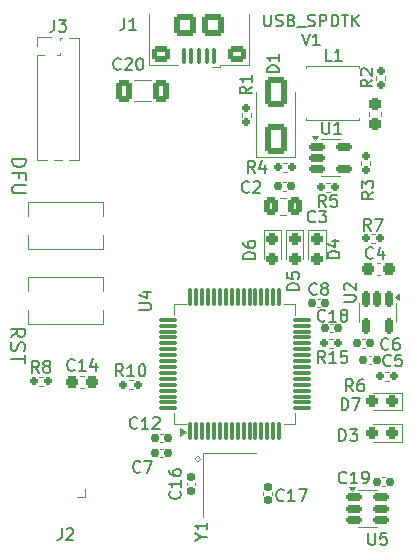
<source format=gbr>
%TF.GenerationSoftware,KiCad,Pcbnew,8.0.2*%
%TF.CreationDate,2024-06-18T11:28:15-07:00*%
%TF.ProjectId,USB_SPDTK,5553425f-5350-4445-944b-2e6b69636164,rev?*%
%TF.SameCoordinates,Original*%
%TF.FileFunction,Legend,Top*%
%TF.FilePolarity,Positive*%
%FSLAX46Y46*%
G04 Gerber Fmt 4.6, Leading zero omitted, Abs format (unit mm)*
G04 Created by KiCad (PCBNEW 8.0.2) date 2024-06-18 11:28:15*
%MOMM*%
%LPD*%
G01*
G04 APERTURE LIST*
G04 Aperture macros list*
%AMRoundRect*
0 Rectangle with rounded corners*
0 $1 Rounding radius*
0 $2 $3 $4 $5 $6 $7 $8 $9 X,Y pos of 4 corners*
0 Add a 4 corners polygon primitive as box body*
4,1,4,$2,$3,$4,$5,$6,$7,$8,$9,$2,$3,0*
0 Add four circle primitives for the rounded corners*
1,1,$1+$1,$2,$3*
1,1,$1+$1,$4,$5*
1,1,$1+$1,$6,$7*
1,1,$1+$1,$8,$9*
0 Add four rect primitives between the rounded corners*
20,1,$1+$1,$2,$3,$4,$5,0*
20,1,$1+$1,$4,$5,$6,$7,0*
20,1,$1+$1,$6,$7,$8,$9,0*
20,1,$1+$1,$8,$9,$2,$3,0*%
G04 Aperture macros list end*
%ADD10C,0.120000*%
%ADD11C,0.150000*%
%ADD12RoundRect,0.155000X0.155000X-0.212500X0.155000X0.212500X-0.155000X0.212500X-0.155000X-0.212500X0*%
%ADD13RoundRect,0.155000X-0.212500X-0.155000X0.212500X-0.155000X0.212500X0.155000X-0.212500X0.155000X0*%
%ADD14RoundRect,0.075000X0.075000X-0.700000X0.075000X0.700000X-0.075000X0.700000X-0.075000X-0.700000X0*%
%ADD15RoundRect,0.075000X0.700000X-0.075000X0.700000X0.075000X-0.700000X0.075000X-0.700000X-0.075000X0*%
%ADD16R,1.100000X3.700000*%
%ADD17RoundRect,0.155000X0.212500X0.155000X-0.212500X0.155000X-0.212500X-0.155000X0.212500X-0.155000X0*%
%ADD18RoundRect,0.237500X0.287500X0.237500X-0.287500X0.237500X-0.287500X-0.237500X0.287500X-0.237500X0*%
%ADD19RoundRect,0.160000X0.160000X-0.197500X0.160000X0.197500X-0.160000X0.197500X-0.160000X-0.197500X0*%
%ADD20RoundRect,0.237500X-0.300000X-0.237500X0.300000X-0.237500X0.300000X0.237500X-0.300000X0.237500X0*%
%ADD21R,1.250000X1.000000*%
%ADD22RoundRect,0.160000X0.197500X0.160000X-0.197500X0.160000X-0.197500X-0.160000X0.197500X-0.160000X0*%
%ADD23RoundRect,0.237500X0.237500X-0.300000X0.237500X0.300000X-0.237500X0.300000X-0.237500X-0.300000X0*%
%ADD24RoundRect,0.237500X-0.237500X0.287500X-0.237500X-0.287500X0.237500X-0.287500X0.237500X0.287500X0*%
%ADD25RoundRect,0.150000X-0.512500X-0.150000X0.512500X-0.150000X0.512500X0.150000X-0.512500X0.150000X0*%
%ADD26RoundRect,0.160000X-0.160000X0.197500X-0.160000X-0.197500X0.160000X-0.197500X0.160000X0.197500X0*%
%ADD27R,1.000000X1.000000*%
%ADD28O,1.000000X1.000000*%
%ADD29RoundRect,0.150000X-0.150000X0.512500X-0.150000X-0.512500X0.150000X-0.512500X0.150000X0.512500X0*%
%ADD30RoundRect,0.250000X-0.412500X-0.650000X0.412500X-0.650000X0.412500X0.650000X-0.412500X0.650000X0*%
%ADD31RoundRect,0.250000X0.650000X-1.000000X0.650000X1.000000X-0.650000X1.000000X-0.650000X-1.000000X0*%
%ADD32RoundRect,0.160000X-0.197500X-0.160000X0.197500X-0.160000X0.197500X0.160000X-0.197500X0.160000X0*%
%ADD33C,3.000000*%
%ADD34R,1.800000X2.100000*%
%ADD35C,3.600000*%
%ADD36C,5.600000*%
%ADD37C,2.374900*%
%ADD38C,0.990600*%
%ADD39C,0.787400*%
%ADD40RoundRect,0.155000X-0.155000X0.212500X-0.155000X-0.212500X0.155000X-0.212500X0.155000X0.212500X0*%
%ADD41RoundRect,0.250000X0.337500X0.475000X-0.337500X0.475000X-0.337500X-0.475000X0.337500X-0.475000X0*%
%ADD42RoundRect,0.100000X0.100000X0.575000X-0.100000X0.575000X-0.100000X-0.575000X0.100000X-0.575000X0*%
%ADD43O,0.900000X1.600000*%
%ADD44RoundRect,0.250000X0.550000X0.450000X-0.550000X0.450000X-0.550000X-0.450000X0.550000X-0.450000X0*%
%ADD45RoundRect,0.250000X0.700000X0.700000X-0.700000X0.700000X-0.700000X-0.700000X0.700000X-0.700000X0*%
G04 APERTURE END LIST*
D10*
X124100000Y-101900000D02*
G75*
G02*
X123700000Y-101900000I-200000J0D01*
G01*
X123700000Y-101900000D02*
G75*
G02*
X124100000Y-101900000I200000J0D01*
G01*
D11*
X129500000Y-64259875D02*
X129500000Y-65069398D01*
X129500000Y-65069398D02*
X129547619Y-65164636D01*
X129547619Y-65164636D02*
X129595238Y-65212256D01*
X129595238Y-65212256D02*
X129690476Y-65259875D01*
X129690476Y-65259875D02*
X129880952Y-65259875D01*
X129880952Y-65259875D02*
X129976190Y-65212256D01*
X129976190Y-65212256D02*
X130023809Y-65164636D01*
X130023809Y-65164636D02*
X130071428Y-65069398D01*
X130071428Y-65069398D02*
X130071428Y-64259875D01*
X130500000Y-65212256D02*
X130642857Y-65259875D01*
X130642857Y-65259875D02*
X130880952Y-65259875D01*
X130880952Y-65259875D02*
X130976190Y-65212256D01*
X130976190Y-65212256D02*
X131023809Y-65164636D01*
X131023809Y-65164636D02*
X131071428Y-65069398D01*
X131071428Y-65069398D02*
X131071428Y-64974160D01*
X131071428Y-64974160D02*
X131023809Y-64878922D01*
X131023809Y-64878922D02*
X130976190Y-64831303D01*
X130976190Y-64831303D02*
X130880952Y-64783684D01*
X130880952Y-64783684D02*
X130690476Y-64736065D01*
X130690476Y-64736065D02*
X130595238Y-64688446D01*
X130595238Y-64688446D02*
X130547619Y-64640827D01*
X130547619Y-64640827D02*
X130500000Y-64545589D01*
X130500000Y-64545589D02*
X130500000Y-64450351D01*
X130500000Y-64450351D02*
X130547619Y-64355113D01*
X130547619Y-64355113D02*
X130595238Y-64307494D01*
X130595238Y-64307494D02*
X130690476Y-64259875D01*
X130690476Y-64259875D02*
X130928571Y-64259875D01*
X130928571Y-64259875D02*
X131071428Y-64307494D01*
X131833333Y-64736065D02*
X131976190Y-64783684D01*
X131976190Y-64783684D02*
X132023809Y-64831303D01*
X132023809Y-64831303D02*
X132071428Y-64926541D01*
X132071428Y-64926541D02*
X132071428Y-65069398D01*
X132071428Y-65069398D02*
X132023809Y-65164636D01*
X132023809Y-65164636D02*
X131976190Y-65212256D01*
X131976190Y-65212256D02*
X131880952Y-65259875D01*
X131880952Y-65259875D02*
X131500000Y-65259875D01*
X131500000Y-65259875D02*
X131500000Y-64259875D01*
X131500000Y-64259875D02*
X131833333Y-64259875D01*
X131833333Y-64259875D02*
X131928571Y-64307494D01*
X131928571Y-64307494D02*
X131976190Y-64355113D01*
X131976190Y-64355113D02*
X132023809Y-64450351D01*
X132023809Y-64450351D02*
X132023809Y-64545589D01*
X132023809Y-64545589D02*
X131976190Y-64640827D01*
X131976190Y-64640827D02*
X131928571Y-64688446D01*
X131928571Y-64688446D02*
X131833333Y-64736065D01*
X131833333Y-64736065D02*
X131500000Y-64736065D01*
X132261905Y-65355113D02*
X133023809Y-65355113D01*
X133214286Y-65212256D02*
X133357143Y-65259875D01*
X133357143Y-65259875D02*
X133595238Y-65259875D01*
X133595238Y-65259875D02*
X133690476Y-65212256D01*
X133690476Y-65212256D02*
X133738095Y-65164636D01*
X133738095Y-65164636D02*
X133785714Y-65069398D01*
X133785714Y-65069398D02*
X133785714Y-64974160D01*
X133785714Y-64974160D02*
X133738095Y-64878922D01*
X133738095Y-64878922D02*
X133690476Y-64831303D01*
X133690476Y-64831303D02*
X133595238Y-64783684D01*
X133595238Y-64783684D02*
X133404762Y-64736065D01*
X133404762Y-64736065D02*
X133309524Y-64688446D01*
X133309524Y-64688446D02*
X133261905Y-64640827D01*
X133261905Y-64640827D02*
X133214286Y-64545589D01*
X133214286Y-64545589D02*
X133214286Y-64450351D01*
X133214286Y-64450351D02*
X133261905Y-64355113D01*
X133261905Y-64355113D02*
X133309524Y-64307494D01*
X133309524Y-64307494D02*
X133404762Y-64259875D01*
X133404762Y-64259875D02*
X133642857Y-64259875D01*
X133642857Y-64259875D02*
X133785714Y-64307494D01*
X134214286Y-65259875D02*
X134214286Y-64259875D01*
X134214286Y-64259875D02*
X134595238Y-64259875D01*
X134595238Y-64259875D02*
X134690476Y-64307494D01*
X134690476Y-64307494D02*
X134738095Y-64355113D01*
X134738095Y-64355113D02*
X134785714Y-64450351D01*
X134785714Y-64450351D02*
X134785714Y-64593208D01*
X134785714Y-64593208D02*
X134738095Y-64688446D01*
X134738095Y-64688446D02*
X134690476Y-64736065D01*
X134690476Y-64736065D02*
X134595238Y-64783684D01*
X134595238Y-64783684D02*
X134214286Y-64783684D01*
X135214286Y-65259875D02*
X135214286Y-64259875D01*
X135214286Y-64259875D02*
X135452381Y-64259875D01*
X135452381Y-64259875D02*
X135595238Y-64307494D01*
X135595238Y-64307494D02*
X135690476Y-64402732D01*
X135690476Y-64402732D02*
X135738095Y-64497970D01*
X135738095Y-64497970D02*
X135785714Y-64688446D01*
X135785714Y-64688446D02*
X135785714Y-64831303D01*
X135785714Y-64831303D02*
X135738095Y-65021779D01*
X135738095Y-65021779D02*
X135690476Y-65117017D01*
X135690476Y-65117017D02*
X135595238Y-65212256D01*
X135595238Y-65212256D02*
X135452381Y-65259875D01*
X135452381Y-65259875D02*
X135214286Y-65259875D01*
X136071429Y-64259875D02*
X136642857Y-64259875D01*
X136357143Y-65259875D02*
X136357143Y-64259875D01*
X136976191Y-65259875D02*
X136976191Y-64259875D01*
X137547619Y-65259875D02*
X137119048Y-64688446D01*
X137547619Y-64259875D02*
X136976191Y-64831303D01*
X132690476Y-65869819D02*
X133023809Y-66869819D01*
X133023809Y-66869819D02*
X133357142Y-65869819D01*
X134214285Y-66869819D02*
X133642857Y-66869819D01*
X133928571Y-66869819D02*
X133928571Y-65869819D01*
X133928571Y-65869819D02*
X133833333Y-66012676D01*
X133833333Y-66012676D02*
X133738095Y-66107914D01*
X133738095Y-66107914D02*
X133642857Y-66155533D01*
X108154657Y-76484398D02*
X109354657Y-76484398D01*
X109354657Y-76484398D02*
X109354657Y-76770112D01*
X109354657Y-76770112D02*
X109297514Y-76941541D01*
X109297514Y-76941541D02*
X109183228Y-77055826D01*
X109183228Y-77055826D02*
X109068942Y-77112969D01*
X109068942Y-77112969D02*
X108840371Y-77170112D01*
X108840371Y-77170112D02*
X108668942Y-77170112D01*
X108668942Y-77170112D02*
X108440371Y-77112969D01*
X108440371Y-77112969D02*
X108326085Y-77055826D01*
X108326085Y-77055826D02*
X108211800Y-76941541D01*
X108211800Y-76941541D02*
X108154657Y-76770112D01*
X108154657Y-76770112D02*
X108154657Y-76484398D01*
X108783228Y-78084398D02*
X108783228Y-77684398D01*
X108154657Y-77684398D02*
X109354657Y-77684398D01*
X109354657Y-77684398D02*
X109354657Y-78255826D01*
X109354657Y-78712969D02*
X108383228Y-78712969D01*
X108383228Y-78712969D02*
X108268942Y-78770112D01*
X108268942Y-78770112D02*
X108211800Y-78827255D01*
X108211800Y-78827255D02*
X108154657Y-78941540D01*
X108154657Y-78941540D02*
X108154657Y-79170112D01*
X108154657Y-79170112D02*
X108211800Y-79284397D01*
X108211800Y-79284397D02*
X108268942Y-79341540D01*
X108268942Y-79341540D02*
X108383228Y-79398683D01*
X108383228Y-79398683D02*
X109354657Y-79398683D01*
X108054657Y-91570112D02*
X108626085Y-91170112D01*
X108054657Y-90884398D02*
X109254657Y-90884398D01*
X109254657Y-90884398D02*
X109254657Y-91341541D01*
X109254657Y-91341541D02*
X109197514Y-91455826D01*
X109197514Y-91455826D02*
X109140371Y-91512969D01*
X109140371Y-91512969D02*
X109026085Y-91570112D01*
X109026085Y-91570112D02*
X108854657Y-91570112D01*
X108854657Y-91570112D02*
X108740371Y-91512969D01*
X108740371Y-91512969D02*
X108683228Y-91455826D01*
X108683228Y-91455826D02*
X108626085Y-91341541D01*
X108626085Y-91341541D02*
X108626085Y-90884398D01*
X108111800Y-92027255D02*
X108054657Y-92198684D01*
X108054657Y-92198684D02*
X108054657Y-92484398D01*
X108054657Y-92484398D02*
X108111800Y-92598684D01*
X108111800Y-92598684D02*
X108168942Y-92655826D01*
X108168942Y-92655826D02*
X108283228Y-92712969D01*
X108283228Y-92712969D02*
X108397514Y-92712969D01*
X108397514Y-92712969D02*
X108511800Y-92655826D01*
X108511800Y-92655826D02*
X108568942Y-92598684D01*
X108568942Y-92598684D02*
X108626085Y-92484398D01*
X108626085Y-92484398D02*
X108683228Y-92255826D01*
X108683228Y-92255826D02*
X108740371Y-92141541D01*
X108740371Y-92141541D02*
X108797514Y-92084398D01*
X108797514Y-92084398D02*
X108911800Y-92027255D01*
X108911800Y-92027255D02*
X109026085Y-92027255D01*
X109026085Y-92027255D02*
X109140371Y-92084398D01*
X109140371Y-92084398D02*
X109197514Y-92141541D01*
X109197514Y-92141541D02*
X109254657Y-92255826D01*
X109254657Y-92255826D02*
X109254657Y-92541541D01*
X109254657Y-92541541D02*
X109197514Y-92712969D01*
X109254657Y-93055826D02*
X109254657Y-93741541D01*
X108054657Y-93398683D02*
X109254657Y-93398683D01*
X131157142Y-105359580D02*
X131109523Y-105407200D01*
X131109523Y-105407200D02*
X130966666Y-105454819D01*
X130966666Y-105454819D02*
X130871428Y-105454819D01*
X130871428Y-105454819D02*
X130728571Y-105407200D01*
X130728571Y-105407200D02*
X130633333Y-105311961D01*
X130633333Y-105311961D02*
X130585714Y-105216723D01*
X130585714Y-105216723D02*
X130538095Y-105026247D01*
X130538095Y-105026247D02*
X130538095Y-104883390D01*
X130538095Y-104883390D02*
X130585714Y-104692914D01*
X130585714Y-104692914D02*
X130633333Y-104597676D01*
X130633333Y-104597676D02*
X130728571Y-104502438D01*
X130728571Y-104502438D02*
X130871428Y-104454819D01*
X130871428Y-104454819D02*
X130966666Y-104454819D01*
X130966666Y-104454819D02*
X131109523Y-104502438D01*
X131109523Y-104502438D02*
X131157142Y-104550057D01*
X132109523Y-105454819D02*
X131538095Y-105454819D01*
X131823809Y-105454819D02*
X131823809Y-104454819D01*
X131823809Y-104454819D02*
X131728571Y-104597676D01*
X131728571Y-104597676D02*
X131633333Y-104692914D01*
X131633333Y-104692914D02*
X131538095Y-104740533D01*
X132442857Y-104454819D02*
X133109523Y-104454819D01*
X133109523Y-104454819D02*
X132680952Y-105454819D01*
X133965833Y-87899580D02*
X133918214Y-87947200D01*
X133918214Y-87947200D02*
X133775357Y-87994819D01*
X133775357Y-87994819D02*
X133680119Y-87994819D01*
X133680119Y-87994819D02*
X133537262Y-87947200D01*
X133537262Y-87947200D02*
X133442024Y-87851961D01*
X133442024Y-87851961D02*
X133394405Y-87756723D01*
X133394405Y-87756723D02*
X133346786Y-87566247D01*
X133346786Y-87566247D02*
X133346786Y-87423390D01*
X133346786Y-87423390D02*
X133394405Y-87232914D01*
X133394405Y-87232914D02*
X133442024Y-87137676D01*
X133442024Y-87137676D02*
X133537262Y-87042438D01*
X133537262Y-87042438D02*
X133680119Y-86994819D01*
X133680119Y-86994819D02*
X133775357Y-86994819D01*
X133775357Y-86994819D02*
X133918214Y-87042438D01*
X133918214Y-87042438D02*
X133965833Y-87090057D01*
X134537262Y-87423390D02*
X134442024Y-87375771D01*
X134442024Y-87375771D02*
X134394405Y-87328152D01*
X134394405Y-87328152D02*
X134346786Y-87232914D01*
X134346786Y-87232914D02*
X134346786Y-87185295D01*
X134346786Y-87185295D02*
X134394405Y-87090057D01*
X134394405Y-87090057D02*
X134442024Y-87042438D01*
X134442024Y-87042438D02*
X134537262Y-86994819D01*
X134537262Y-86994819D02*
X134727738Y-86994819D01*
X134727738Y-86994819D02*
X134822976Y-87042438D01*
X134822976Y-87042438D02*
X134870595Y-87090057D01*
X134870595Y-87090057D02*
X134918214Y-87185295D01*
X134918214Y-87185295D02*
X134918214Y-87232914D01*
X134918214Y-87232914D02*
X134870595Y-87328152D01*
X134870595Y-87328152D02*
X134822976Y-87375771D01*
X134822976Y-87375771D02*
X134727738Y-87423390D01*
X134727738Y-87423390D02*
X134537262Y-87423390D01*
X134537262Y-87423390D02*
X134442024Y-87471009D01*
X134442024Y-87471009D02*
X134394405Y-87518628D01*
X134394405Y-87518628D02*
X134346786Y-87613866D01*
X134346786Y-87613866D02*
X134346786Y-87804342D01*
X134346786Y-87804342D02*
X134394405Y-87899580D01*
X134394405Y-87899580D02*
X134442024Y-87947200D01*
X134442024Y-87947200D02*
X134537262Y-87994819D01*
X134537262Y-87994819D02*
X134727738Y-87994819D01*
X134727738Y-87994819D02*
X134822976Y-87947200D01*
X134822976Y-87947200D02*
X134870595Y-87899580D01*
X134870595Y-87899580D02*
X134918214Y-87804342D01*
X134918214Y-87804342D02*
X134918214Y-87613866D01*
X134918214Y-87613866D02*
X134870595Y-87518628D01*
X134870595Y-87518628D02*
X134822976Y-87471009D01*
X134822976Y-87471009D02*
X134727738Y-87423390D01*
X118954819Y-89261904D02*
X119764342Y-89261904D01*
X119764342Y-89261904D02*
X119859580Y-89214285D01*
X119859580Y-89214285D02*
X119907200Y-89166666D01*
X119907200Y-89166666D02*
X119954819Y-89071428D01*
X119954819Y-89071428D02*
X119954819Y-88880952D01*
X119954819Y-88880952D02*
X119907200Y-88785714D01*
X119907200Y-88785714D02*
X119859580Y-88738095D01*
X119859580Y-88738095D02*
X119764342Y-88690476D01*
X119764342Y-88690476D02*
X118954819Y-88690476D01*
X119288152Y-87785714D02*
X119954819Y-87785714D01*
X118907200Y-88023809D02*
X119621485Y-88261904D01*
X119621485Y-88261904D02*
X119621485Y-87642857D01*
X140233333Y-93959580D02*
X140185714Y-94007200D01*
X140185714Y-94007200D02*
X140042857Y-94054819D01*
X140042857Y-94054819D02*
X139947619Y-94054819D01*
X139947619Y-94054819D02*
X139804762Y-94007200D01*
X139804762Y-94007200D02*
X139709524Y-93911961D01*
X139709524Y-93911961D02*
X139661905Y-93816723D01*
X139661905Y-93816723D02*
X139614286Y-93626247D01*
X139614286Y-93626247D02*
X139614286Y-93483390D01*
X139614286Y-93483390D02*
X139661905Y-93292914D01*
X139661905Y-93292914D02*
X139709524Y-93197676D01*
X139709524Y-93197676D02*
X139804762Y-93102438D01*
X139804762Y-93102438D02*
X139947619Y-93054819D01*
X139947619Y-93054819D02*
X140042857Y-93054819D01*
X140042857Y-93054819D02*
X140185714Y-93102438D01*
X140185714Y-93102438D02*
X140233333Y-93150057D01*
X141138095Y-93054819D02*
X140661905Y-93054819D01*
X140661905Y-93054819D02*
X140614286Y-93531009D01*
X140614286Y-93531009D02*
X140661905Y-93483390D01*
X140661905Y-93483390D02*
X140757143Y-93435771D01*
X140757143Y-93435771D02*
X140995238Y-93435771D01*
X140995238Y-93435771D02*
X141090476Y-93483390D01*
X141090476Y-93483390D02*
X141138095Y-93531009D01*
X141138095Y-93531009D02*
X141185714Y-93626247D01*
X141185714Y-93626247D02*
X141185714Y-93864342D01*
X141185714Y-93864342D02*
X141138095Y-93959580D01*
X141138095Y-93959580D02*
X141090476Y-94007200D01*
X141090476Y-94007200D02*
X140995238Y-94054819D01*
X140995238Y-94054819D02*
X140757143Y-94054819D01*
X140757143Y-94054819D02*
X140661905Y-94007200D01*
X140661905Y-94007200D02*
X140614286Y-93959580D01*
X135233333Y-68154819D02*
X134757143Y-68154819D01*
X134757143Y-68154819D02*
X134757143Y-67154819D01*
X136090476Y-68154819D02*
X135519048Y-68154819D01*
X135804762Y-68154819D02*
X135804762Y-67154819D01*
X135804762Y-67154819D02*
X135709524Y-67297676D01*
X135709524Y-67297676D02*
X135614286Y-67392914D01*
X135614286Y-67392914D02*
X135519048Y-67440533D01*
X119033333Y-102959580D02*
X118985714Y-103007200D01*
X118985714Y-103007200D02*
X118842857Y-103054819D01*
X118842857Y-103054819D02*
X118747619Y-103054819D01*
X118747619Y-103054819D02*
X118604762Y-103007200D01*
X118604762Y-103007200D02*
X118509524Y-102911961D01*
X118509524Y-102911961D02*
X118461905Y-102816723D01*
X118461905Y-102816723D02*
X118414286Y-102626247D01*
X118414286Y-102626247D02*
X118414286Y-102483390D01*
X118414286Y-102483390D02*
X118461905Y-102292914D01*
X118461905Y-102292914D02*
X118509524Y-102197676D01*
X118509524Y-102197676D02*
X118604762Y-102102438D01*
X118604762Y-102102438D02*
X118747619Y-102054819D01*
X118747619Y-102054819D02*
X118842857Y-102054819D01*
X118842857Y-102054819D02*
X118985714Y-102102438D01*
X118985714Y-102102438D02*
X119033333Y-102150057D01*
X119366667Y-102054819D02*
X120033333Y-102054819D01*
X120033333Y-102054819D02*
X119604762Y-103054819D01*
X135861905Y-100354819D02*
X135861905Y-99354819D01*
X135861905Y-99354819D02*
X136100000Y-99354819D01*
X136100000Y-99354819D02*
X136242857Y-99402438D01*
X136242857Y-99402438D02*
X136338095Y-99497676D01*
X136338095Y-99497676D02*
X136385714Y-99592914D01*
X136385714Y-99592914D02*
X136433333Y-99783390D01*
X136433333Y-99783390D02*
X136433333Y-99926247D01*
X136433333Y-99926247D02*
X136385714Y-100116723D01*
X136385714Y-100116723D02*
X136338095Y-100211961D01*
X136338095Y-100211961D02*
X136242857Y-100307200D01*
X136242857Y-100307200D02*
X136100000Y-100354819D01*
X136100000Y-100354819D02*
X135861905Y-100354819D01*
X136766667Y-99354819D02*
X137385714Y-99354819D01*
X137385714Y-99354819D02*
X137052381Y-99735771D01*
X137052381Y-99735771D02*
X137195238Y-99735771D01*
X137195238Y-99735771D02*
X137290476Y-99783390D01*
X137290476Y-99783390D02*
X137338095Y-99831009D01*
X137338095Y-99831009D02*
X137385714Y-99926247D01*
X137385714Y-99926247D02*
X137385714Y-100164342D01*
X137385714Y-100164342D02*
X137338095Y-100259580D01*
X137338095Y-100259580D02*
X137290476Y-100307200D01*
X137290476Y-100307200D02*
X137195238Y-100354819D01*
X137195238Y-100354819D02*
X136909524Y-100354819D01*
X136909524Y-100354819D02*
X136814286Y-100307200D01*
X136814286Y-100307200D02*
X136766667Y-100259580D01*
X138754819Y-79266666D02*
X138278628Y-79599999D01*
X138754819Y-79838094D02*
X137754819Y-79838094D01*
X137754819Y-79838094D02*
X137754819Y-79457142D01*
X137754819Y-79457142D02*
X137802438Y-79361904D01*
X137802438Y-79361904D02*
X137850057Y-79314285D01*
X137850057Y-79314285D02*
X137945295Y-79266666D01*
X137945295Y-79266666D02*
X138088152Y-79266666D01*
X138088152Y-79266666D02*
X138183390Y-79314285D01*
X138183390Y-79314285D02*
X138231009Y-79361904D01*
X138231009Y-79361904D02*
X138278628Y-79457142D01*
X138278628Y-79457142D02*
X138278628Y-79838094D01*
X137754819Y-78933332D02*
X137754819Y-78314285D01*
X137754819Y-78314285D02*
X138135771Y-78647618D01*
X138135771Y-78647618D02*
X138135771Y-78504761D01*
X138135771Y-78504761D02*
X138183390Y-78409523D01*
X138183390Y-78409523D02*
X138231009Y-78361904D01*
X138231009Y-78361904D02*
X138326247Y-78314285D01*
X138326247Y-78314285D02*
X138564342Y-78314285D01*
X138564342Y-78314285D02*
X138659580Y-78361904D01*
X138659580Y-78361904D02*
X138707200Y-78409523D01*
X138707200Y-78409523D02*
X138754819Y-78504761D01*
X138754819Y-78504761D02*
X138754819Y-78790475D01*
X138754819Y-78790475D02*
X138707200Y-78885713D01*
X138707200Y-78885713D02*
X138659580Y-78933332D01*
X113457142Y-94329580D02*
X113409523Y-94377200D01*
X113409523Y-94377200D02*
X113266666Y-94424819D01*
X113266666Y-94424819D02*
X113171428Y-94424819D01*
X113171428Y-94424819D02*
X113028571Y-94377200D01*
X113028571Y-94377200D02*
X112933333Y-94281961D01*
X112933333Y-94281961D02*
X112885714Y-94186723D01*
X112885714Y-94186723D02*
X112838095Y-93996247D01*
X112838095Y-93996247D02*
X112838095Y-93853390D01*
X112838095Y-93853390D02*
X112885714Y-93662914D01*
X112885714Y-93662914D02*
X112933333Y-93567676D01*
X112933333Y-93567676D02*
X113028571Y-93472438D01*
X113028571Y-93472438D02*
X113171428Y-93424819D01*
X113171428Y-93424819D02*
X113266666Y-93424819D01*
X113266666Y-93424819D02*
X113409523Y-93472438D01*
X113409523Y-93472438D02*
X113457142Y-93520057D01*
X114409523Y-94424819D02*
X113838095Y-94424819D01*
X114123809Y-94424819D02*
X114123809Y-93424819D01*
X114123809Y-93424819D02*
X114028571Y-93567676D01*
X114028571Y-93567676D02*
X113933333Y-93662914D01*
X113933333Y-93662914D02*
X113838095Y-93710533D01*
X115266666Y-93758152D02*
X115266666Y-94424819D01*
X115028571Y-93377200D02*
X114790476Y-94091485D01*
X114790476Y-94091485D02*
X115409523Y-94091485D01*
X138684819Y-69766666D02*
X138208628Y-70099999D01*
X138684819Y-70338094D02*
X137684819Y-70338094D01*
X137684819Y-70338094D02*
X137684819Y-69957142D01*
X137684819Y-69957142D02*
X137732438Y-69861904D01*
X137732438Y-69861904D02*
X137780057Y-69814285D01*
X137780057Y-69814285D02*
X137875295Y-69766666D01*
X137875295Y-69766666D02*
X138018152Y-69766666D01*
X138018152Y-69766666D02*
X138113390Y-69814285D01*
X138113390Y-69814285D02*
X138161009Y-69861904D01*
X138161009Y-69861904D02*
X138208628Y-69957142D01*
X138208628Y-69957142D02*
X138208628Y-70338094D01*
X137780057Y-69385713D02*
X137732438Y-69338094D01*
X137732438Y-69338094D02*
X137684819Y-69242856D01*
X137684819Y-69242856D02*
X137684819Y-69004761D01*
X137684819Y-69004761D02*
X137732438Y-68909523D01*
X137732438Y-68909523D02*
X137780057Y-68861904D01*
X137780057Y-68861904D02*
X137875295Y-68814285D01*
X137875295Y-68814285D02*
X137970533Y-68814285D01*
X137970533Y-68814285D02*
X138113390Y-68861904D01*
X138113390Y-68861904D02*
X138684819Y-69433332D01*
X138684819Y-69433332D02*
X138684819Y-68814285D01*
X134733333Y-80524819D02*
X134400000Y-80048628D01*
X134161905Y-80524819D02*
X134161905Y-79524819D01*
X134161905Y-79524819D02*
X134542857Y-79524819D01*
X134542857Y-79524819D02*
X134638095Y-79572438D01*
X134638095Y-79572438D02*
X134685714Y-79620057D01*
X134685714Y-79620057D02*
X134733333Y-79715295D01*
X134733333Y-79715295D02*
X134733333Y-79858152D01*
X134733333Y-79858152D02*
X134685714Y-79953390D01*
X134685714Y-79953390D02*
X134638095Y-80001009D01*
X134638095Y-80001009D02*
X134542857Y-80048628D01*
X134542857Y-80048628D02*
X134161905Y-80048628D01*
X135638095Y-79524819D02*
X135161905Y-79524819D01*
X135161905Y-79524819D02*
X135114286Y-80001009D01*
X135114286Y-80001009D02*
X135161905Y-79953390D01*
X135161905Y-79953390D02*
X135257143Y-79905771D01*
X135257143Y-79905771D02*
X135495238Y-79905771D01*
X135495238Y-79905771D02*
X135590476Y-79953390D01*
X135590476Y-79953390D02*
X135638095Y-80001009D01*
X135638095Y-80001009D02*
X135685714Y-80096247D01*
X135685714Y-80096247D02*
X135685714Y-80334342D01*
X135685714Y-80334342D02*
X135638095Y-80429580D01*
X135638095Y-80429580D02*
X135590476Y-80477200D01*
X135590476Y-80477200D02*
X135495238Y-80524819D01*
X135495238Y-80524819D02*
X135257143Y-80524819D01*
X135257143Y-80524819D02*
X135161905Y-80477200D01*
X135161905Y-80477200D02*
X135114286Y-80429580D01*
X128754819Y-84938094D02*
X127754819Y-84938094D01*
X127754819Y-84938094D02*
X127754819Y-84699999D01*
X127754819Y-84699999D02*
X127802438Y-84557142D01*
X127802438Y-84557142D02*
X127897676Y-84461904D01*
X127897676Y-84461904D02*
X127992914Y-84414285D01*
X127992914Y-84414285D02*
X128183390Y-84366666D01*
X128183390Y-84366666D02*
X128326247Y-84366666D01*
X128326247Y-84366666D02*
X128516723Y-84414285D01*
X128516723Y-84414285D02*
X128611961Y-84461904D01*
X128611961Y-84461904D02*
X128707200Y-84557142D01*
X128707200Y-84557142D02*
X128754819Y-84699999D01*
X128754819Y-84699999D02*
X128754819Y-84938094D01*
X127754819Y-83509523D02*
X127754819Y-83699999D01*
X127754819Y-83699999D02*
X127802438Y-83795237D01*
X127802438Y-83795237D02*
X127850057Y-83842856D01*
X127850057Y-83842856D02*
X127992914Y-83938094D01*
X127992914Y-83938094D02*
X128183390Y-83985713D01*
X128183390Y-83985713D02*
X128564342Y-83985713D01*
X128564342Y-83985713D02*
X128659580Y-83938094D01*
X128659580Y-83938094D02*
X128707200Y-83890475D01*
X128707200Y-83890475D02*
X128754819Y-83795237D01*
X128754819Y-83795237D02*
X128754819Y-83604761D01*
X128754819Y-83604761D02*
X128707200Y-83509523D01*
X128707200Y-83509523D02*
X128659580Y-83461904D01*
X128659580Y-83461904D02*
X128564342Y-83414285D01*
X128564342Y-83414285D02*
X128326247Y-83414285D01*
X128326247Y-83414285D02*
X128231009Y-83461904D01*
X128231009Y-83461904D02*
X128183390Y-83509523D01*
X128183390Y-83509523D02*
X128135771Y-83604761D01*
X128135771Y-83604761D02*
X128135771Y-83795237D01*
X128135771Y-83795237D02*
X128183390Y-83890475D01*
X128183390Y-83890475D02*
X128231009Y-83938094D01*
X128231009Y-83938094D02*
X128326247Y-83985713D01*
X134438095Y-73354819D02*
X134438095Y-74164342D01*
X134438095Y-74164342D02*
X134485714Y-74259580D01*
X134485714Y-74259580D02*
X134533333Y-74307200D01*
X134533333Y-74307200D02*
X134628571Y-74354819D01*
X134628571Y-74354819D02*
X134819047Y-74354819D01*
X134819047Y-74354819D02*
X134914285Y-74307200D01*
X134914285Y-74307200D02*
X134961904Y-74259580D01*
X134961904Y-74259580D02*
X135009523Y-74164342D01*
X135009523Y-74164342D02*
X135009523Y-73354819D01*
X136009523Y-74354819D02*
X135438095Y-74354819D01*
X135723809Y-74354819D02*
X135723809Y-73354819D01*
X135723809Y-73354819D02*
X135628571Y-73497676D01*
X135628571Y-73497676D02*
X135533333Y-73592914D01*
X135533333Y-73592914D02*
X135438095Y-73640533D01*
X136457142Y-103859580D02*
X136409523Y-103907200D01*
X136409523Y-103907200D02*
X136266666Y-103954819D01*
X136266666Y-103954819D02*
X136171428Y-103954819D01*
X136171428Y-103954819D02*
X136028571Y-103907200D01*
X136028571Y-103907200D02*
X135933333Y-103811961D01*
X135933333Y-103811961D02*
X135885714Y-103716723D01*
X135885714Y-103716723D02*
X135838095Y-103526247D01*
X135838095Y-103526247D02*
X135838095Y-103383390D01*
X135838095Y-103383390D02*
X135885714Y-103192914D01*
X135885714Y-103192914D02*
X135933333Y-103097676D01*
X135933333Y-103097676D02*
X136028571Y-103002438D01*
X136028571Y-103002438D02*
X136171428Y-102954819D01*
X136171428Y-102954819D02*
X136266666Y-102954819D01*
X136266666Y-102954819D02*
X136409523Y-103002438D01*
X136409523Y-103002438D02*
X136457142Y-103050057D01*
X137409523Y-103954819D02*
X136838095Y-103954819D01*
X137123809Y-103954819D02*
X137123809Y-102954819D01*
X137123809Y-102954819D02*
X137028571Y-103097676D01*
X137028571Y-103097676D02*
X136933333Y-103192914D01*
X136933333Y-103192914D02*
X136838095Y-103240533D01*
X137885714Y-103954819D02*
X138076190Y-103954819D01*
X138076190Y-103954819D02*
X138171428Y-103907200D01*
X138171428Y-103907200D02*
X138219047Y-103859580D01*
X138219047Y-103859580D02*
X138314285Y-103716723D01*
X138314285Y-103716723D02*
X138361904Y-103526247D01*
X138361904Y-103526247D02*
X138361904Y-103145295D01*
X138361904Y-103145295D02*
X138314285Y-103050057D01*
X138314285Y-103050057D02*
X138266666Y-103002438D01*
X138266666Y-103002438D02*
X138171428Y-102954819D01*
X138171428Y-102954819D02*
X137980952Y-102954819D01*
X137980952Y-102954819D02*
X137885714Y-103002438D01*
X137885714Y-103002438D02*
X137838095Y-103050057D01*
X137838095Y-103050057D02*
X137790476Y-103145295D01*
X137790476Y-103145295D02*
X137790476Y-103383390D01*
X137790476Y-103383390D02*
X137838095Y-103478628D01*
X137838095Y-103478628D02*
X137885714Y-103526247D01*
X137885714Y-103526247D02*
X137980952Y-103573866D01*
X137980952Y-103573866D02*
X138171428Y-103573866D01*
X138171428Y-103573866D02*
X138266666Y-103526247D01*
X138266666Y-103526247D02*
X138314285Y-103478628D01*
X138314285Y-103478628D02*
X138361904Y-103383390D01*
X128454819Y-70369166D02*
X127978628Y-70702499D01*
X128454819Y-70940594D02*
X127454819Y-70940594D01*
X127454819Y-70940594D02*
X127454819Y-70559642D01*
X127454819Y-70559642D02*
X127502438Y-70464404D01*
X127502438Y-70464404D02*
X127550057Y-70416785D01*
X127550057Y-70416785D02*
X127645295Y-70369166D01*
X127645295Y-70369166D02*
X127788152Y-70369166D01*
X127788152Y-70369166D02*
X127883390Y-70416785D01*
X127883390Y-70416785D02*
X127931009Y-70464404D01*
X127931009Y-70464404D02*
X127978628Y-70559642D01*
X127978628Y-70559642D02*
X127978628Y-70940594D01*
X128454819Y-69416785D02*
X128454819Y-69988213D01*
X128454819Y-69702499D02*
X127454819Y-69702499D01*
X127454819Y-69702499D02*
X127597676Y-69797737D01*
X127597676Y-69797737D02*
X127692914Y-69892975D01*
X127692914Y-69892975D02*
X127740533Y-69988213D01*
X135884819Y-84863094D02*
X134884819Y-84863094D01*
X134884819Y-84863094D02*
X134884819Y-84624999D01*
X134884819Y-84624999D02*
X134932438Y-84482142D01*
X134932438Y-84482142D02*
X135027676Y-84386904D01*
X135027676Y-84386904D02*
X135122914Y-84339285D01*
X135122914Y-84339285D02*
X135313390Y-84291666D01*
X135313390Y-84291666D02*
X135456247Y-84291666D01*
X135456247Y-84291666D02*
X135646723Y-84339285D01*
X135646723Y-84339285D02*
X135741961Y-84386904D01*
X135741961Y-84386904D02*
X135837200Y-84482142D01*
X135837200Y-84482142D02*
X135884819Y-84624999D01*
X135884819Y-84624999D02*
X135884819Y-84863094D01*
X135218152Y-83434523D02*
X135884819Y-83434523D01*
X134837200Y-83672618D02*
X135551485Y-83910713D01*
X135551485Y-83910713D02*
X135551485Y-83291666D01*
X111731666Y-64709819D02*
X111731666Y-65424104D01*
X111731666Y-65424104D02*
X111684047Y-65566961D01*
X111684047Y-65566961D02*
X111588809Y-65662200D01*
X111588809Y-65662200D02*
X111445952Y-65709819D01*
X111445952Y-65709819D02*
X111350714Y-65709819D01*
X112112619Y-64709819D02*
X112731666Y-64709819D01*
X112731666Y-64709819D02*
X112398333Y-65090771D01*
X112398333Y-65090771D02*
X112541190Y-65090771D01*
X112541190Y-65090771D02*
X112636428Y-65138390D01*
X112636428Y-65138390D02*
X112684047Y-65186009D01*
X112684047Y-65186009D02*
X112731666Y-65281247D01*
X112731666Y-65281247D02*
X112731666Y-65519342D01*
X112731666Y-65519342D02*
X112684047Y-65614580D01*
X112684047Y-65614580D02*
X112636428Y-65662200D01*
X112636428Y-65662200D02*
X112541190Y-65709819D01*
X112541190Y-65709819D02*
X112255476Y-65709819D01*
X112255476Y-65709819D02*
X112160238Y-65662200D01*
X112160238Y-65662200D02*
X112112619Y-65614580D01*
X136254819Y-88561904D02*
X137064342Y-88561904D01*
X137064342Y-88561904D02*
X137159580Y-88514285D01*
X137159580Y-88514285D02*
X137207200Y-88466666D01*
X137207200Y-88466666D02*
X137254819Y-88371428D01*
X137254819Y-88371428D02*
X137254819Y-88180952D01*
X137254819Y-88180952D02*
X137207200Y-88085714D01*
X137207200Y-88085714D02*
X137159580Y-88038095D01*
X137159580Y-88038095D02*
X137064342Y-87990476D01*
X137064342Y-87990476D02*
X136254819Y-87990476D01*
X136350057Y-87561904D02*
X136302438Y-87514285D01*
X136302438Y-87514285D02*
X136254819Y-87419047D01*
X136254819Y-87419047D02*
X136254819Y-87180952D01*
X136254819Y-87180952D02*
X136302438Y-87085714D01*
X136302438Y-87085714D02*
X136350057Y-87038095D01*
X136350057Y-87038095D02*
X136445295Y-86990476D01*
X136445295Y-86990476D02*
X136540533Y-86990476D01*
X136540533Y-86990476D02*
X136683390Y-87038095D01*
X136683390Y-87038095D02*
X137254819Y-87609523D01*
X137254819Y-87609523D02*
X137254819Y-86990476D01*
X117357142Y-68859580D02*
X117309523Y-68907200D01*
X117309523Y-68907200D02*
X117166666Y-68954819D01*
X117166666Y-68954819D02*
X117071428Y-68954819D01*
X117071428Y-68954819D02*
X116928571Y-68907200D01*
X116928571Y-68907200D02*
X116833333Y-68811961D01*
X116833333Y-68811961D02*
X116785714Y-68716723D01*
X116785714Y-68716723D02*
X116738095Y-68526247D01*
X116738095Y-68526247D02*
X116738095Y-68383390D01*
X116738095Y-68383390D02*
X116785714Y-68192914D01*
X116785714Y-68192914D02*
X116833333Y-68097676D01*
X116833333Y-68097676D02*
X116928571Y-68002438D01*
X116928571Y-68002438D02*
X117071428Y-67954819D01*
X117071428Y-67954819D02*
X117166666Y-67954819D01*
X117166666Y-67954819D02*
X117309523Y-68002438D01*
X117309523Y-68002438D02*
X117357142Y-68050057D01*
X117738095Y-68050057D02*
X117785714Y-68002438D01*
X117785714Y-68002438D02*
X117880952Y-67954819D01*
X117880952Y-67954819D02*
X118119047Y-67954819D01*
X118119047Y-67954819D02*
X118214285Y-68002438D01*
X118214285Y-68002438D02*
X118261904Y-68050057D01*
X118261904Y-68050057D02*
X118309523Y-68145295D01*
X118309523Y-68145295D02*
X118309523Y-68240533D01*
X118309523Y-68240533D02*
X118261904Y-68383390D01*
X118261904Y-68383390D02*
X117690476Y-68954819D01*
X117690476Y-68954819D02*
X118309523Y-68954819D01*
X118928571Y-67954819D02*
X119023809Y-67954819D01*
X119023809Y-67954819D02*
X119119047Y-68002438D01*
X119119047Y-68002438D02*
X119166666Y-68050057D01*
X119166666Y-68050057D02*
X119214285Y-68145295D01*
X119214285Y-68145295D02*
X119261904Y-68335771D01*
X119261904Y-68335771D02*
X119261904Y-68573866D01*
X119261904Y-68573866D02*
X119214285Y-68764342D01*
X119214285Y-68764342D02*
X119166666Y-68859580D01*
X119166666Y-68859580D02*
X119119047Y-68907200D01*
X119119047Y-68907200D02*
X119023809Y-68954819D01*
X119023809Y-68954819D02*
X118928571Y-68954819D01*
X118928571Y-68954819D02*
X118833333Y-68907200D01*
X118833333Y-68907200D02*
X118785714Y-68859580D01*
X118785714Y-68859580D02*
X118738095Y-68764342D01*
X118738095Y-68764342D02*
X118690476Y-68573866D01*
X118690476Y-68573866D02*
X118690476Y-68335771D01*
X118690476Y-68335771D02*
X118738095Y-68145295D01*
X118738095Y-68145295D02*
X118785714Y-68050057D01*
X118785714Y-68050057D02*
X118833333Y-68002438D01*
X118833333Y-68002438D02*
X118928571Y-67954819D01*
X130754819Y-69138094D02*
X129754819Y-69138094D01*
X129754819Y-69138094D02*
X129754819Y-68899999D01*
X129754819Y-68899999D02*
X129802438Y-68757142D01*
X129802438Y-68757142D02*
X129897676Y-68661904D01*
X129897676Y-68661904D02*
X129992914Y-68614285D01*
X129992914Y-68614285D02*
X130183390Y-68566666D01*
X130183390Y-68566666D02*
X130326247Y-68566666D01*
X130326247Y-68566666D02*
X130516723Y-68614285D01*
X130516723Y-68614285D02*
X130611961Y-68661904D01*
X130611961Y-68661904D02*
X130707200Y-68757142D01*
X130707200Y-68757142D02*
X130754819Y-68899999D01*
X130754819Y-68899999D02*
X130754819Y-69138094D01*
X130754819Y-67614285D02*
X130754819Y-68185713D01*
X130754819Y-67899999D02*
X129754819Y-67899999D01*
X129754819Y-67899999D02*
X129897676Y-67995237D01*
X129897676Y-67995237D02*
X129992914Y-68090475D01*
X129992914Y-68090475D02*
X130040533Y-68185713D01*
X117557142Y-94884819D02*
X117223809Y-94408628D01*
X116985714Y-94884819D02*
X116985714Y-93884819D01*
X116985714Y-93884819D02*
X117366666Y-93884819D01*
X117366666Y-93884819D02*
X117461904Y-93932438D01*
X117461904Y-93932438D02*
X117509523Y-93980057D01*
X117509523Y-93980057D02*
X117557142Y-94075295D01*
X117557142Y-94075295D02*
X117557142Y-94218152D01*
X117557142Y-94218152D02*
X117509523Y-94313390D01*
X117509523Y-94313390D02*
X117461904Y-94361009D01*
X117461904Y-94361009D02*
X117366666Y-94408628D01*
X117366666Y-94408628D02*
X116985714Y-94408628D01*
X118509523Y-94884819D02*
X117938095Y-94884819D01*
X118223809Y-94884819D02*
X118223809Y-93884819D01*
X118223809Y-93884819D02*
X118128571Y-94027676D01*
X118128571Y-94027676D02*
X118033333Y-94122914D01*
X118033333Y-94122914D02*
X117938095Y-94170533D01*
X119128571Y-93884819D02*
X119223809Y-93884819D01*
X119223809Y-93884819D02*
X119319047Y-93932438D01*
X119319047Y-93932438D02*
X119366666Y-93980057D01*
X119366666Y-93980057D02*
X119414285Y-94075295D01*
X119414285Y-94075295D02*
X119461904Y-94265771D01*
X119461904Y-94265771D02*
X119461904Y-94503866D01*
X119461904Y-94503866D02*
X119414285Y-94694342D01*
X119414285Y-94694342D02*
X119366666Y-94789580D01*
X119366666Y-94789580D02*
X119319047Y-94837200D01*
X119319047Y-94837200D02*
X119223809Y-94884819D01*
X119223809Y-94884819D02*
X119128571Y-94884819D01*
X119128571Y-94884819D02*
X119033333Y-94837200D01*
X119033333Y-94837200D02*
X118985714Y-94789580D01*
X118985714Y-94789580D02*
X118938095Y-94694342D01*
X118938095Y-94694342D02*
X118890476Y-94503866D01*
X118890476Y-94503866D02*
X118890476Y-94265771D01*
X118890476Y-94265771D02*
X118938095Y-94075295D01*
X118938095Y-94075295D02*
X118985714Y-93980057D01*
X118985714Y-93980057D02*
X119033333Y-93932438D01*
X119033333Y-93932438D02*
X119128571Y-93884819D01*
X118757142Y-99259580D02*
X118709523Y-99307200D01*
X118709523Y-99307200D02*
X118566666Y-99354819D01*
X118566666Y-99354819D02*
X118471428Y-99354819D01*
X118471428Y-99354819D02*
X118328571Y-99307200D01*
X118328571Y-99307200D02*
X118233333Y-99211961D01*
X118233333Y-99211961D02*
X118185714Y-99116723D01*
X118185714Y-99116723D02*
X118138095Y-98926247D01*
X118138095Y-98926247D02*
X118138095Y-98783390D01*
X118138095Y-98783390D02*
X118185714Y-98592914D01*
X118185714Y-98592914D02*
X118233333Y-98497676D01*
X118233333Y-98497676D02*
X118328571Y-98402438D01*
X118328571Y-98402438D02*
X118471428Y-98354819D01*
X118471428Y-98354819D02*
X118566666Y-98354819D01*
X118566666Y-98354819D02*
X118709523Y-98402438D01*
X118709523Y-98402438D02*
X118757142Y-98450057D01*
X119709523Y-99354819D02*
X119138095Y-99354819D01*
X119423809Y-99354819D02*
X119423809Y-98354819D01*
X119423809Y-98354819D02*
X119328571Y-98497676D01*
X119328571Y-98497676D02*
X119233333Y-98592914D01*
X119233333Y-98592914D02*
X119138095Y-98640533D01*
X120090476Y-98450057D02*
X120138095Y-98402438D01*
X120138095Y-98402438D02*
X120233333Y-98354819D01*
X120233333Y-98354819D02*
X120471428Y-98354819D01*
X120471428Y-98354819D02*
X120566666Y-98402438D01*
X120566666Y-98402438D02*
X120614285Y-98450057D01*
X120614285Y-98450057D02*
X120661904Y-98545295D01*
X120661904Y-98545295D02*
X120661904Y-98640533D01*
X120661904Y-98640533D02*
X120614285Y-98783390D01*
X120614285Y-98783390D02*
X120042857Y-99354819D01*
X120042857Y-99354819D02*
X120661904Y-99354819D01*
X128733333Y-77654819D02*
X128400000Y-77178628D01*
X128161905Y-77654819D02*
X128161905Y-76654819D01*
X128161905Y-76654819D02*
X128542857Y-76654819D01*
X128542857Y-76654819D02*
X128638095Y-76702438D01*
X128638095Y-76702438D02*
X128685714Y-76750057D01*
X128685714Y-76750057D02*
X128733333Y-76845295D01*
X128733333Y-76845295D02*
X128733333Y-76988152D01*
X128733333Y-76988152D02*
X128685714Y-77083390D01*
X128685714Y-77083390D02*
X128638095Y-77131009D01*
X128638095Y-77131009D02*
X128542857Y-77178628D01*
X128542857Y-77178628D02*
X128161905Y-77178628D01*
X129590476Y-76988152D02*
X129590476Y-77654819D01*
X129352381Y-76607200D02*
X129114286Y-77321485D01*
X129114286Y-77321485D02*
X129733333Y-77321485D01*
X134657142Y-93754819D02*
X134323809Y-93278628D01*
X134085714Y-93754819D02*
X134085714Y-92754819D01*
X134085714Y-92754819D02*
X134466666Y-92754819D01*
X134466666Y-92754819D02*
X134561904Y-92802438D01*
X134561904Y-92802438D02*
X134609523Y-92850057D01*
X134609523Y-92850057D02*
X134657142Y-92945295D01*
X134657142Y-92945295D02*
X134657142Y-93088152D01*
X134657142Y-93088152D02*
X134609523Y-93183390D01*
X134609523Y-93183390D02*
X134561904Y-93231009D01*
X134561904Y-93231009D02*
X134466666Y-93278628D01*
X134466666Y-93278628D02*
X134085714Y-93278628D01*
X135609523Y-93754819D02*
X135038095Y-93754819D01*
X135323809Y-93754819D02*
X135323809Y-92754819D01*
X135323809Y-92754819D02*
X135228571Y-92897676D01*
X135228571Y-92897676D02*
X135133333Y-92992914D01*
X135133333Y-92992914D02*
X135038095Y-93040533D01*
X136514285Y-92754819D02*
X136038095Y-92754819D01*
X136038095Y-92754819D02*
X135990476Y-93231009D01*
X135990476Y-93231009D02*
X136038095Y-93183390D01*
X136038095Y-93183390D02*
X136133333Y-93135771D01*
X136133333Y-93135771D02*
X136371428Y-93135771D01*
X136371428Y-93135771D02*
X136466666Y-93183390D01*
X136466666Y-93183390D02*
X136514285Y-93231009D01*
X136514285Y-93231009D02*
X136561904Y-93326247D01*
X136561904Y-93326247D02*
X136561904Y-93564342D01*
X136561904Y-93564342D02*
X136514285Y-93659580D01*
X136514285Y-93659580D02*
X136466666Y-93707200D01*
X136466666Y-93707200D02*
X136371428Y-93754819D01*
X136371428Y-93754819D02*
X136133333Y-93754819D01*
X136133333Y-93754819D02*
X136038095Y-93707200D01*
X136038095Y-93707200D02*
X135990476Y-93659580D01*
X124178628Y-108476190D02*
X124654819Y-108476190D01*
X123654819Y-108809523D02*
X124178628Y-108476190D01*
X124178628Y-108476190D02*
X123654819Y-108142857D01*
X124654819Y-107285714D02*
X124654819Y-107857142D01*
X124654819Y-107571428D02*
X123654819Y-107571428D01*
X123654819Y-107571428D02*
X123797676Y-107666666D01*
X123797676Y-107666666D02*
X123892914Y-107761904D01*
X123892914Y-107761904D02*
X123940533Y-107857142D01*
X132454819Y-87563094D02*
X131454819Y-87563094D01*
X131454819Y-87563094D02*
X131454819Y-87324999D01*
X131454819Y-87324999D02*
X131502438Y-87182142D01*
X131502438Y-87182142D02*
X131597676Y-87086904D01*
X131597676Y-87086904D02*
X131692914Y-87039285D01*
X131692914Y-87039285D02*
X131883390Y-86991666D01*
X131883390Y-86991666D02*
X132026247Y-86991666D01*
X132026247Y-86991666D02*
X132216723Y-87039285D01*
X132216723Y-87039285D02*
X132311961Y-87086904D01*
X132311961Y-87086904D02*
X132407200Y-87182142D01*
X132407200Y-87182142D02*
X132454819Y-87324999D01*
X132454819Y-87324999D02*
X132454819Y-87563094D01*
X131454819Y-86086904D02*
X131454819Y-86563094D01*
X131454819Y-86563094D02*
X131931009Y-86610713D01*
X131931009Y-86610713D02*
X131883390Y-86563094D01*
X131883390Y-86563094D02*
X131835771Y-86467856D01*
X131835771Y-86467856D02*
X131835771Y-86229761D01*
X131835771Y-86229761D02*
X131883390Y-86134523D01*
X131883390Y-86134523D02*
X131931009Y-86086904D01*
X131931009Y-86086904D02*
X132026247Y-86039285D01*
X132026247Y-86039285D02*
X132264342Y-86039285D01*
X132264342Y-86039285D02*
X132359580Y-86086904D01*
X132359580Y-86086904D02*
X132407200Y-86134523D01*
X132407200Y-86134523D02*
X132454819Y-86229761D01*
X132454819Y-86229761D02*
X132454819Y-86467856D01*
X132454819Y-86467856D02*
X132407200Y-86563094D01*
X132407200Y-86563094D02*
X132359580Y-86610713D01*
X134657142Y-90159580D02*
X134609523Y-90207200D01*
X134609523Y-90207200D02*
X134466666Y-90254819D01*
X134466666Y-90254819D02*
X134371428Y-90254819D01*
X134371428Y-90254819D02*
X134228571Y-90207200D01*
X134228571Y-90207200D02*
X134133333Y-90111961D01*
X134133333Y-90111961D02*
X134085714Y-90016723D01*
X134085714Y-90016723D02*
X134038095Y-89826247D01*
X134038095Y-89826247D02*
X134038095Y-89683390D01*
X134038095Y-89683390D02*
X134085714Y-89492914D01*
X134085714Y-89492914D02*
X134133333Y-89397676D01*
X134133333Y-89397676D02*
X134228571Y-89302438D01*
X134228571Y-89302438D02*
X134371428Y-89254819D01*
X134371428Y-89254819D02*
X134466666Y-89254819D01*
X134466666Y-89254819D02*
X134609523Y-89302438D01*
X134609523Y-89302438D02*
X134657142Y-89350057D01*
X135609523Y-90254819D02*
X135038095Y-90254819D01*
X135323809Y-90254819D02*
X135323809Y-89254819D01*
X135323809Y-89254819D02*
X135228571Y-89397676D01*
X135228571Y-89397676D02*
X135133333Y-89492914D01*
X135133333Y-89492914D02*
X135038095Y-89540533D01*
X136180952Y-89683390D02*
X136085714Y-89635771D01*
X136085714Y-89635771D02*
X136038095Y-89588152D01*
X136038095Y-89588152D02*
X135990476Y-89492914D01*
X135990476Y-89492914D02*
X135990476Y-89445295D01*
X135990476Y-89445295D02*
X136038095Y-89350057D01*
X136038095Y-89350057D02*
X136085714Y-89302438D01*
X136085714Y-89302438D02*
X136180952Y-89254819D01*
X136180952Y-89254819D02*
X136371428Y-89254819D01*
X136371428Y-89254819D02*
X136466666Y-89302438D01*
X136466666Y-89302438D02*
X136514285Y-89350057D01*
X136514285Y-89350057D02*
X136561904Y-89445295D01*
X136561904Y-89445295D02*
X136561904Y-89492914D01*
X136561904Y-89492914D02*
X136514285Y-89588152D01*
X136514285Y-89588152D02*
X136466666Y-89635771D01*
X136466666Y-89635771D02*
X136371428Y-89683390D01*
X136371428Y-89683390D02*
X136180952Y-89683390D01*
X136180952Y-89683390D02*
X136085714Y-89731009D01*
X136085714Y-89731009D02*
X136038095Y-89778628D01*
X136038095Y-89778628D02*
X135990476Y-89873866D01*
X135990476Y-89873866D02*
X135990476Y-90064342D01*
X135990476Y-90064342D02*
X136038095Y-90159580D01*
X136038095Y-90159580D02*
X136085714Y-90207200D01*
X136085714Y-90207200D02*
X136180952Y-90254819D01*
X136180952Y-90254819D02*
X136371428Y-90254819D01*
X136371428Y-90254819D02*
X136466666Y-90207200D01*
X136466666Y-90207200D02*
X136514285Y-90159580D01*
X136514285Y-90159580D02*
X136561904Y-90064342D01*
X136561904Y-90064342D02*
X136561904Y-89873866D01*
X136561904Y-89873866D02*
X136514285Y-89778628D01*
X136514285Y-89778628D02*
X136466666Y-89731009D01*
X136466666Y-89731009D02*
X136371428Y-89683390D01*
X112366666Y-107754819D02*
X112366666Y-108469104D01*
X112366666Y-108469104D02*
X112319047Y-108611961D01*
X112319047Y-108611961D02*
X112223809Y-108707200D01*
X112223809Y-108707200D02*
X112080952Y-108754819D01*
X112080952Y-108754819D02*
X111985714Y-108754819D01*
X112795238Y-107850057D02*
X112842857Y-107802438D01*
X112842857Y-107802438D02*
X112938095Y-107754819D01*
X112938095Y-107754819D02*
X113176190Y-107754819D01*
X113176190Y-107754819D02*
X113271428Y-107802438D01*
X113271428Y-107802438D02*
X113319047Y-107850057D01*
X113319047Y-107850057D02*
X113366666Y-107945295D01*
X113366666Y-107945295D02*
X113366666Y-108040533D01*
X113366666Y-108040533D02*
X113319047Y-108183390D01*
X113319047Y-108183390D02*
X112747619Y-108754819D01*
X112747619Y-108754819D02*
X113366666Y-108754819D01*
X122359580Y-104642857D02*
X122407200Y-104690476D01*
X122407200Y-104690476D02*
X122454819Y-104833333D01*
X122454819Y-104833333D02*
X122454819Y-104928571D01*
X122454819Y-104928571D02*
X122407200Y-105071428D01*
X122407200Y-105071428D02*
X122311961Y-105166666D01*
X122311961Y-105166666D02*
X122216723Y-105214285D01*
X122216723Y-105214285D02*
X122026247Y-105261904D01*
X122026247Y-105261904D02*
X121883390Y-105261904D01*
X121883390Y-105261904D02*
X121692914Y-105214285D01*
X121692914Y-105214285D02*
X121597676Y-105166666D01*
X121597676Y-105166666D02*
X121502438Y-105071428D01*
X121502438Y-105071428D02*
X121454819Y-104928571D01*
X121454819Y-104928571D02*
X121454819Y-104833333D01*
X121454819Y-104833333D02*
X121502438Y-104690476D01*
X121502438Y-104690476D02*
X121550057Y-104642857D01*
X122454819Y-103690476D02*
X122454819Y-104261904D01*
X122454819Y-103976190D02*
X121454819Y-103976190D01*
X121454819Y-103976190D02*
X121597676Y-104071428D01*
X121597676Y-104071428D02*
X121692914Y-104166666D01*
X121692914Y-104166666D02*
X121740533Y-104261904D01*
X121454819Y-102833333D02*
X121454819Y-103023809D01*
X121454819Y-103023809D02*
X121502438Y-103119047D01*
X121502438Y-103119047D02*
X121550057Y-103166666D01*
X121550057Y-103166666D02*
X121692914Y-103261904D01*
X121692914Y-103261904D02*
X121883390Y-103309523D01*
X121883390Y-103309523D02*
X122264342Y-103309523D01*
X122264342Y-103309523D02*
X122359580Y-103261904D01*
X122359580Y-103261904D02*
X122407200Y-103214285D01*
X122407200Y-103214285D02*
X122454819Y-103119047D01*
X122454819Y-103119047D02*
X122454819Y-102928571D01*
X122454819Y-102928571D02*
X122407200Y-102833333D01*
X122407200Y-102833333D02*
X122359580Y-102785714D01*
X122359580Y-102785714D02*
X122264342Y-102738095D01*
X122264342Y-102738095D02*
X122026247Y-102738095D01*
X122026247Y-102738095D02*
X121931009Y-102785714D01*
X121931009Y-102785714D02*
X121883390Y-102833333D01*
X121883390Y-102833333D02*
X121835771Y-102928571D01*
X121835771Y-102928571D02*
X121835771Y-103119047D01*
X121835771Y-103119047D02*
X121883390Y-103214285D01*
X121883390Y-103214285D02*
X121931009Y-103261904D01*
X121931009Y-103261904D02*
X122026247Y-103309523D01*
X138733333Y-84859580D02*
X138685714Y-84907200D01*
X138685714Y-84907200D02*
X138542857Y-84954819D01*
X138542857Y-84954819D02*
X138447619Y-84954819D01*
X138447619Y-84954819D02*
X138304762Y-84907200D01*
X138304762Y-84907200D02*
X138209524Y-84811961D01*
X138209524Y-84811961D02*
X138161905Y-84716723D01*
X138161905Y-84716723D02*
X138114286Y-84526247D01*
X138114286Y-84526247D02*
X138114286Y-84383390D01*
X138114286Y-84383390D02*
X138161905Y-84192914D01*
X138161905Y-84192914D02*
X138209524Y-84097676D01*
X138209524Y-84097676D02*
X138304762Y-84002438D01*
X138304762Y-84002438D02*
X138447619Y-83954819D01*
X138447619Y-83954819D02*
X138542857Y-83954819D01*
X138542857Y-83954819D02*
X138685714Y-84002438D01*
X138685714Y-84002438D02*
X138733333Y-84050057D01*
X139590476Y-84288152D02*
X139590476Y-84954819D01*
X139352381Y-83907200D02*
X139114286Y-84621485D01*
X139114286Y-84621485D02*
X139733333Y-84621485D01*
X133833333Y-81759580D02*
X133785714Y-81807200D01*
X133785714Y-81807200D02*
X133642857Y-81854819D01*
X133642857Y-81854819D02*
X133547619Y-81854819D01*
X133547619Y-81854819D02*
X133404762Y-81807200D01*
X133404762Y-81807200D02*
X133309524Y-81711961D01*
X133309524Y-81711961D02*
X133261905Y-81616723D01*
X133261905Y-81616723D02*
X133214286Y-81426247D01*
X133214286Y-81426247D02*
X133214286Y-81283390D01*
X133214286Y-81283390D02*
X133261905Y-81092914D01*
X133261905Y-81092914D02*
X133309524Y-80997676D01*
X133309524Y-80997676D02*
X133404762Y-80902438D01*
X133404762Y-80902438D02*
X133547619Y-80854819D01*
X133547619Y-80854819D02*
X133642857Y-80854819D01*
X133642857Y-80854819D02*
X133785714Y-80902438D01*
X133785714Y-80902438D02*
X133833333Y-80950057D01*
X134166667Y-80854819D02*
X134785714Y-80854819D01*
X134785714Y-80854819D02*
X134452381Y-81235771D01*
X134452381Y-81235771D02*
X134595238Y-81235771D01*
X134595238Y-81235771D02*
X134690476Y-81283390D01*
X134690476Y-81283390D02*
X134738095Y-81331009D01*
X134738095Y-81331009D02*
X134785714Y-81426247D01*
X134785714Y-81426247D02*
X134785714Y-81664342D01*
X134785714Y-81664342D02*
X134738095Y-81759580D01*
X134738095Y-81759580D02*
X134690476Y-81807200D01*
X134690476Y-81807200D02*
X134595238Y-81854819D01*
X134595238Y-81854819D02*
X134309524Y-81854819D01*
X134309524Y-81854819D02*
X134214286Y-81807200D01*
X134214286Y-81807200D02*
X134166667Y-81759580D01*
X138338095Y-108154819D02*
X138338095Y-108964342D01*
X138338095Y-108964342D02*
X138385714Y-109059580D01*
X138385714Y-109059580D02*
X138433333Y-109107200D01*
X138433333Y-109107200D02*
X138528571Y-109154819D01*
X138528571Y-109154819D02*
X138719047Y-109154819D01*
X138719047Y-109154819D02*
X138814285Y-109107200D01*
X138814285Y-109107200D02*
X138861904Y-109059580D01*
X138861904Y-109059580D02*
X138909523Y-108964342D01*
X138909523Y-108964342D02*
X138909523Y-108154819D01*
X139861904Y-108154819D02*
X139385714Y-108154819D01*
X139385714Y-108154819D02*
X139338095Y-108631009D01*
X139338095Y-108631009D02*
X139385714Y-108583390D01*
X139385714Y-108583390D02*
X139480952Y-108535771D01*
X139480952Y-108535771D02*
X139719047Y-108535771D01*
X139719047Y-108535771D02*
X139814285Y-108583390D01*
X139814285Y-108583390D02*
X139861904Y-108631009D01*
X139861904Y-108631009D02*
X139909523Y-108726247D01*
X139909523Y-108726247D02*
X139909523Y-108964342D01*
X139909523Y-108964342D02*
X139861904Y-109059580D01*
X139861904Y-109059580D02*
X139814285Y-109107200D01*
X139814285Y-109107200D02*
X139719047Y-109154819D01*
X139719047Y-109154819D02*
X139480952Y-109154819D01*
X139480952Y-109154819D02*
X139385714Y-109107200D01*
X139385714Y-109107200D02*
X139338095Y-109059580D01*
X110433333Y-94584819D02*
X110100000Y-94108628D01*
X109861905Y-94584819D02*
X109861905Y-93584819D01*
X109861905Y-93584819D02*
X110242857Y-93584819D01*
X110242857Y-93584819D02*
X110338095Y-93632438D01*
X110338095Y-93632438D02*
X110385714Y-93680057D01*
X110385714Y-93680057D02*
X110433333Y-93775295D01*
X110433333Y-93775295D02*
X110433333Y-93918152D01*
X110433333Y-93918152D02*
X110385714Y-94013390D01*
X110385714Y-94013390D02*
X110338095Y-94061009D01*
X110338095Y-94061009D02*
X110242857Y-94108628D01*
X110242857Y-94108628D02*
X109861905Y-94108628D01*
X111004762Y-94013390D02*
X110909524Y-93965771D01*
X110909524Y-93965771D02*
X110861905Y-93918152D01*
X110861905Y-93918152D02*
X110814286Y-93822914D01*
X110814286Y-93822914D02*
X110814286Y-93775295D01*
X110814286Y-93775295D02*
X110861905Y-93680057D01*
X110861905Y-93680057D02*
X110909524Y-93632438D01*
X110909524Y-93632438D02*
X111004762Y-93584819D01*
X111004762Y-93584819D02*
X111195238Y-93584819D01*
X111195238Y-93584819D02*
X111290476Y-93632438D01*
X111290476Y-93632438D02*
X111338095Y-93680057D01*
X111338095Y-93680057D02*
X111385714Y-93775295D01*
X111385714Y-93775295D02*
X111385714Y-93822914D01*
X111385714Y-93822914D02*
X111338095Y-93918152D01*
X111338095Y-93918152D02*
X111290476Y-93965771D01*
X111290476Y-93965771D02*
X111195238Y-94013390D01*
X111195238Y-94013390D02*
X111004762Y-94013390D01*
X111004762Y-94013390D02*
X110909524Y-94061009D01*
X110909524Y-94061009D02*
X110861905Y-94108628D01*
X110861905Y-94108628D02*
X110814286Y-94203866D01*
X110814286Y-94203866D02*
X110814286Y-94394342D01*
X110814286Y-94394342D02*
X110861905Y-94489580D01*
X110861905Y-94489580D02*
X110909524Y-94537200D01*
X110909524Y-94537200D02*
X111004762Y-94584819D01*
X111004762Y-94584819D02*
X111195238Y-94584819D01*
X111195238Y-94584819D02*
X111290476Y-94537200D01*
X111290476Y-94537200D02*
X111338095Y-94489580D01*
X111338095Y-94489580D02*
X111385714Y-94394342D01*
X111385714Y-94394342D02*
X111385714Y-94203866D01*
X111385714Y-94203866D02*
X111338095Y-94108628D01*
X111338095Y-94108628D02*
X111290476Y-94061009D01*
X111290476Y-94061009D02*
X111195238Y-94013390D01*
X137033333Y-96154819D02*
X136700000Y-95678628D01*
X136461905Y-96154819D02*
X136461905Y-95154819D01*
X136461905Y-95154819D02*
X136842857Y-95154819D01*
X136842857Y-95154819D02*
X136938095Y-95202438D01*
X136938095Y-95202438D02*
X136985714Y-95250057D01*
X136985714Y-95250057D02*
X137033333Y-95345295D01*
X137033333Y-95345295D02*
X137033333Y-95488152D01*
X137033333Y-95488152D02*
X136985714Y-95583390D01*
X136985714Y-95583390D02*
X136938095Y-95631009D01*
X136938095Y-95631009D02*
X136842857Y-95678628D01*
X136842857Y-95678628D02*
X136461905Y-95678628D01*
X137890476Y-95154819D02*
X137700000Y-95154819D01*
X137700000Y-95154819D02*
X137604762Y-95202438D01*
X137604762Y-95202438D02*
X137557143Y-95250057D01*
X137557143Y-95250057D02*
X137461905Y-95392914D01*
X137461905Y-95392914D02*
X137414286Y-95583390D01*
X137414286Y-95583390D02*
X137414286Y-95964342D01*
X137414286Y-95964342D02*
X137461905Y-96059580D01*
X137461905Y-96059580D02*
X137509524Y-96107200D01*
X137509524Y-96107200D02*
X137604762Y-96154819D01*
X137604762Y-96154819D02*
X137795238Y-96154819D01*
X137795238Y-96154819D02*
X137890476Y-96107200D01*
X137890476Y-96107200D02*
X137938095Y-96059580D01*
X137938095Y-96059580D02*
X137985714Y-95964342D01*
X137985714Y-95964342D02*
X137985714Y-95726247D01*
X137985714Y-95726247D02*
X137938095Y-95631009D01*
X137938095Y-95631009D02*
X137890476Y-95583390D01*
X137890476Y-95583390D02*
X137795238Y-95535771D01*
X137795238Y-95535771D02*
X137604762Y-95535771D01*
X137604762Y-95535771D02*
X137509524Y-95583390D01*
X137509524Y-95583390D02*
X137461905Y-95631009D01*
X137461905Y-95631009D02*
X137414286Y-95726247D01*
X136061905Y-97754819D02*
X136061905Y-96754819D01*
X136061905Y-96754819D02*
X136300000Y-96754819D01*
X136300000Y-96754819D02*
X136442857Y-96802438D01*
X136442857Y-96802438D02*
X136538095Y-96897676D01*
X136538095Y-96897676D02*
X136585714Y-96992914D01*
X136585714Y-96992914D02*
X136633333Y-97183390D01*
X136633333Y-97183390D02*
X136633333Y-97326247D01*
X136633333Y-97326247D02*
X136585714Y-97516723D01*
X136585714Y-97516723D02*
X136538095Y-97611961D01*
X136538095Y-97611961D02*
X136442857Y-97707200D01*
X136442857Y-97707200D02*
X136300000Y-97754819D01*
X136300000Y-97754819D02*
X136061905Y-97754819D01*
X136966667Y-96754819D02*
X137633333Y-96754819D01*
X137633333Y-96754819D02*
X137204762Y-97754819D01*
X128233333Y-79259580D02*
X128185714Y-79307200D01*
X128185714Y-79307200D02*
X128042857Y-79354819D01*
X128042857Y-79354819D02*
X127947619Y-79354819D01*
X127947619Y-79354819D02*
X127804762Y-79307200D01*
X127804762Y-79307200D02*
X127709524Y-79211961D01*
X127709524Y-79211961D02*
X127661905Y-79116723D01*
X127661905Y-79116723D02*
X127614286Y-78926247D01*
X127614286Y-78926247D02*
X127614286Y-78783390D01*
X127614286Y-78783390D02*
X127661905Y-78592914D01*
X127661905Y-78592914D02*
X127709524Y-78497676D01*
X127709524Y-78497676D02*
X127804762Y-78402438D01*
X127804762Y-78402438D02*
X127947619Y-78354819D01*
X127947619Y-78354819D02*
X128042857Y-78354819D01*
X128042857Y-78354819D02*
X128185714Y-78402438D01*
X128185714Y-78402438D02*
X128233333Y-78450057D01*
X128614286Y-78450057D02*
X128661905Y-78402438D01*
X128661905Y-78402438D02*
X128757143Y-78354819D01*
X128757143Y-78354819D02*
X128995238Y-78354819D01*
X128995238Y-78354819D02*
X129090476Y-78402438D01*
X129090476Y-78402438D02*
X129138095Y-78450057D01*
X129138095Y-78450057D02*
X129185714Y-78545295D01*
X129185714Y-78545295D02*
X129185714Y-78640533D01*
X129185714Y-78640533D02*
X129138095Y-78783390D01*
X129138095Y-78783390D02*
X128566667Y-79354819D01*
X128566667Y-79354819D02*
X129185714Y-79354819D01*
X138533333Y-82554819D02*
X138200000Y-82078628D01*
X137961905Y-82554819D02*
X137961905Y-81554819D01*
X137961905Y-81554819D02*
X138342857Y-81554819D01*
X138342857Y-81554819D02*
X138438095Y-81602438D01*
X138438095Y-81602438D02*
X138485714Y-81650057D01*
X138485714Y-81650057D02*
X138533333Y-81745295D01*
X138533333Y-81745295D02*
X138533333Y-81888152D01*
X138533333Y-81888152D02*
X138485714Y-81983390D01*
X138485714Y-81983390D02*
X138438095Y-82031009D01*
X138438095Y-82031009D02*
X138342857Y-82078628D01*
X138342857Y-82078628D02*
X137961905Y-82078628D01*
X138866667Y-81554819D02*
X139533333Y-81554819D01*
X139533333Y-81554819D02*
X139104762Y-82554819D01*
X140033333Y-92559580D02*
X139985714Y-92607200D01*
X139985714Y-92607200D02*
X139842857Y-92654819D01*
X139842857Y-92654819D02*
X139747619Y-92654819D01*
X139747619Y-92654819D02*
X139604762Y-92607200D01*
X139604762Y-92607200D02*
X139509524Y-92511961D01*
X139509524Y-92511961D02*
X139461905Y-92416723D01*
X139461905Y-92416723D02*
X139414286Y-92226247D01*
X139414286Y-92226247D02*
X139414286Y-92083390D01*
X139414286Y-92083390D02*
X139461905Y-91892914D01*
X139461905Y-91892914D02*
X139509524Y-91797676D01*
X139509524Y-91797676D02*
X139604762Y-91702438D01*
X139604762Y-91702438D02*
X139747619Y-91654819D01*
X139747619Y-91654819D02*
X139842857Y-91654819D01*
X139842857Y-91654819D02*
X139985714Y-91702438D01*
X139985714Y-91702438D02*
X140033333Y-91750057D01*
X140890476Y-91654819D02*
X140700000Y-91654819D01*
X140700000Y-91654819D02*
X140604762Y-91702438D01*
X140604762Y-91702438D02*
X140557143Y-91750057D01*
X140557143Y-91750057D02*
X140461905Y-91892914D01*
X140461905Y-91892914D02*
X140414286Y-92083390D01*
X140414286Y-92083390D02*
X140414286Y-92464342D01*
X140414286Y-92464342D02*
X140461905Y-92559580D01*
X140461905Y-92559580D02*
X140509524Y-92607200D01*
X140509524Y-92607200D02*
X140604762Y-92654819D01*
X140604762Y-92654819D02*
X140795238Y-92654819D01*
X140795238Y-92654819D02*
X140890476Y-92607200D01*
X140890476Y-92607200D02*
X140938095Y-92559580D01*
X140938095Y-92559580D02*
X140985714Y-92464342D01*
X140985714Y-92464342D02*
X140985714Y-92226247D01*
X140985714Y-92226247D02*
X140938095Y-92131009D01*
X140938095Y-92131009D02*
X140890476Y-92083390D01*
X140890476Y-92083390D02*
X140795238Y-92035771D01*
X140795238Y-92035771D02*
X140604762Y-92035771D01*
X140604762Y-92035771D02*
X140509524Y-92083390D01*
X140509524Y-92083390D02*
X140461905Y-92131009D01*
X140461905Y-92131009D02*
X140414286Y-92226247D01*
X117666666Y-64554819D02*
X117666666Y-65269104D01*
X117666666Y-65269104D02*
X117619047Y-65411961D01*
X117619047Y-65411961D02*
X117523809Y-65507200D01*
X117523809Y-65507200D02*
X117380952Y-65554819D01*
X117380952Y-65554819D02*
X117285714Y-65554819D01*
X118666666Y-65554819D02*
X118095238Y-65554819D01*
X118380952Y-65554819D02*
X118380952Y-64554819D01*
X118380952Y-64554819D02*
X118285714Y-64697676D01*
X118285714Y-64697676D02*
X118190476Y-64792914D01*
X118190476Y-64792914D02*
X118095238Y-64840533D01*
D10*
%TO.C,C17*%
X129440000Y-104915835D02*
X129440000Y-104684165D01*
X130160000Y-104915835D02*
X130160000Y-104684165D01*
%TO.C,C8*%
X134016665Y-88340000D02*
X134248335Y-88340000D01*
X134016665Y-89060000D02*
X134248335Y-89060000D01*
%TO.C,U4*%
X121915000Y-88740000D02*
X122865000Y-88740000D01*
X121915000Y-89690000D02*
X121915000Y-88740000D01*
X121915000Y-98010000D02*
X121915000Y-98960000D01*
X121915000Y-98960000D02*
X122865000Y-98960000D01*
X132135000Y-88740000D02*
X131185000Y-88740000D01*
X132135000Y-89690000D02*
X132135000Y-88740000D01*
X132135000Y-98010000D02*
X132135000Y-98960000D01*
X132135000Y-98960000D02*
X131185000Y-98960000D01*
X122865000Y-99575000D02*
X122395000Y-99915000D01*
X122395000Y-99235000D01*
X122865000Y-99575000D01*
G36*
X122865000Y-99575000D02*
G01*
X122395000Y-99915000D01*
X122395000Y-99235000D01*
X122865000Y-99575000D01*
G37*
%TO.C,C5*%
X138351665Y-93140000D02*
X138583335Y-93140000D01*
X138351665Y-93860000D02*
X138583335Y-93860000D01*
%TO.C,L1*%
X133040000Y-68640000D02*
X133040000Y-68790000D01*
X133040000Y-73160000D02*
X133040000Y-73010000D01*
X137560000Y-68640000D02*
X133040000Y-68640000D01*
X137560000Y-68640000D02*
X137560000Y-68790000D01*
X137560000Y-73160000D02*
X133040000Y-73160000D01*
X137560000Y-73160000D02*
X137560000Y-73010000D01*
%TO.C,C7*%
X120948335Y-101040000D02*
X120716665Y-101040000D01*
X120948335Y-101760000D02*
X120716665Y-101760000D01*
%TO.C,D3*%
X138700000Y-100435000D02*
X141160000Y-100435000D01*
X141160000Y-98965000D02*
X138700000Y-98965000D01*
X141160000Y-100435000D02*
X141160000Y-98965000D01*
%TO.C,R3*%
X137720000Y-76965121D02*
X137720000Y-76629879D01*
X138480000Y-76965121D02*
X138480000Y-76629879D01*
%TO.C,C14*%
X113953733Y-94890000D02*
X114246267Y-94890000D01*
X113953733Y-95910000D02*
X114246267Y-95910000D01*
%TO.C,SW2*%
X109500000Y-80100000D02*
X109500000Y-81300000D01*
X109500000Y-82900000D02*
X109500000Y-84100000D01*
X109500000Y-84100000D02*
X115900000Y-84100000D01*
X115900000Y-80100000D02*
X109500000Y-80100000D01*
X115900000Y-81300000D02*
X115900000Y-80100000D01*
X115900000Y-84100000D02*
X115900000Y-82900000D01*
%TO.C,R2*%
X139020000Y-69767621D02*
X139020000Y-69432379D01*
X139780000Y-69767621D02*
X139780000Y-69432379D01*
%TO.C,R5*%
X135067621Y-78520000D02*
X134732379Y-78520000D01*
X135067621Y-79280000D02*
X134732379Y-79280000D01*
%TO.C,C1*%
X138390000Y-72846267D02*
X138390000Y-72553733D01*
X139410000Y-72846267D02*
X139410000Y-72553733D01*
%TO.C,D6*%
X129465000Y-82465000D02*
X129465000Y-84925000D01*
X130935000Y-82465000D02*
X129465000Y-82465000D01*
X130935000Y-84925000D02*
X130935000Y-82465000D01*
%TO.C,U1*%
X135100000Y-74840000D02*
X134300000Y-74840000D01*
X135100000Y-74840000D02*
X135900000Y-74840000D01*
X135100000Y-77960000D02*
X134300000Y-77960000D01*
X135100000Y-77960000D02*
X135900000Y-77960000D01*
X133800000Y-74890000D02*
X133560000Y-74560000D01*
X134040000Y-74560000D01*
X133800000Y-74890000D01*
G36*
X133800000Y-74890000D02*
G01*
X133560000Y-74560000D01*
X134040000Y-74560000D01*
X133800000Y-74890000D01*
G37*
%TO.C,C19*%
X139516665Y-103440000D02*
X139748335Y-103440000D01*
X139516665Y-104160000D02*
X139748335Y-104160000D01*
%TO.C,R1*%
X127620000Y-72632379D02*
X127620000Y-72967621D01*
X128380000Y-72632379D02*
X128380000Y-72967621D01*
%TO.C,D4*%
X133265000Y-82465000D02*
X133265000Y-84925000D01*
X134735000Y-82465000D02*
X133265000Y-82465000D01*
X134735000Y-84925000D02*
X134735000Y-82465000D01*
%TO.C,J3*%
X110300000Y-66190000D02*
X111430000Y-66190000D01*
X110300000Y-66950000D02*
X110300000Y-66190000D01*
X110300000Y-67710000D02*
X110300000Y-76535000D01*
X110300000Y-67710000D02*
X110866529Y-67710000D01*
X110300000Y-76535000D02*
X111122470Y-76535000D01*
X111737530Y-76535000D02*
X112392470Y-76535000D01*
X111993471Y-67710000D02*
X112136529Y-67710000D01*
X112190000Y-66255000D02*
X112392470Y-66255000D01*
X112190000Y-66386529D02*
X112190000Y-66255000D01*
X112190000Y-67656529D02*
X112190000Y-67513471D01*
X113007530Y-66255000D02*
X113830000Y-66255000D01*
X113007530Y-76535000D02*
X113830000Y-76535000D01*
X113830000Y-66255000D02*
X113830000Y-76535000D01*
%TO.C,U2*%
X137540000Y-89500000D02*
X137540000Y-88700000D01*
X137540000Y-89500000D02*
X137540000Y-90300000D01*
X140660000Y-89500000D02*
X140660000Y-88700000D01*
X140660000Y-89500000D02*
X140660000Y-90300000D01*
X140940000Y-88440000D02*
X140610000Y-88200000D01*
X140940000Y-87960000D01*
X140940000Y-88440000D01*
G36*
X140940000Y-88440000D02*
G01*
X140610000Y-88200000D01*
X140940000Y-87960000D01*
X140940000Y-88440000D01*
G37*
%TO.C,C20*%
X118488748Y-69790000D02*
X119911252Y-69790000D01*
X118488748Y-71610000D02*
X119911252Y-71610000D01*
%TO.C,D1*%
X128850000Y-76310000D02*
X128850000Y-70800000D01*
X128850000Y-76310000D02*
X132150000Y-76310000D01*
X132150000Y-76310000D02*
X132150000Y-70800000D01*
%TO.C,R10*%
X118032379Y-95220000D02*
X118367621Y-95220000D01*
X118032379Y-95980000D02*
X118367621Y-95980000D01*
%TO.C,C12*%
X120716665Y-99740000D02*
X120948335Y-99740000D01*
X120716665Y-100460000D02*
X120948335Y-100460000D01*
%TO.C,R4*%
X131467621Y-76820000D02*
X131132379Y-76820000D01*
X131467621Y-77580000D02*
X131132379Y-77580000D01*
%TO.C,R15*%
X135370121Y-91720000D02*
X135034879Y-91720000D01*
X135370121Y-92480000D02*
X135034879Y-92480000D01*
%TO.C,Y1*%
X124350000Y-101400000D02*
X124350000Y-106800000D01*
X128850000Y-101400000D02*
X124350000Y-101400000D01*
%TO.C,D5*%
X131365000Y-82465000D02*
X131365000Y-84925000D01*
X132835000Y-82465000D02*
X131365000Y-82465000D01*
X132835000Y-84925000D02*
X132835000Y-82465000D01*
%TO.C,C18*%
X135348335Y-90440000D02*
X135116665Y-90440000D01*
X135348335Y-91160000D02*
X135116665Y-91160000D01*
%TO.C,J2*%
X114335000Y-104470000D02*
X114335000Y-105105000D01*
X114335000Y-105105000D02*
X113700000Y-105105000D01*
%TO.C,C16*%
X122940000Y-103884165D02*
X122940000Y-104115835D01*
X123660000Y-103884165D02*
X123660000Y-104115835D01*
%TO.C,C4*%
X139053733Y-85290000D02*
X139346267Y-85290000D01*
X139053733Y-86310000D02*
X139346267Y-86310000D01*
%TO.C,C3*%
X131361252Y-79765000D02*
X130838748Y-79765000D01*
X131361252Y-81235000D02*
X130838748Y-81235000D01*
%TO.C,U5*%
X138262500Y-104540000D02*
X137462500Y-104540000D01*
X138262500Y-104540000D02*
X139062500Y-104540000D01*
X138262500Y-107660000D02*
X137462500Y-107660000D01*
X138262500Y-107660000D02*
X139062500Y-107660000D01*
X136962500Y-104590000D02*
X136722500Y-104260000D01*
X137202500Y-104260000D01*
X136962500Y-104590000D01*
G36*
X136962500Y-104590000D02*
G01*
X136722500Y-104260000D01*
X137202500Y-104260000D01*
X136962500Y-104590000D01*
G37*
%TO.C,R8*%
X110432379Y-94920000D02*
X110767621Y-94920000D01*
X110432379Y-95680000D02*
X110767621Y-95680000D01*
%TO.C,R6*%
X140070121Y-94520000D02*
X139734879Y-94520000D01*
X140070121Y-95280000D02*
X139734879Y-95280000D01*
%TO.C,D7*%
X138700000Y-97735000D02*
X141160000Y-97735000D01*
X141160000Y-96265000D02*
X138700000Y-96265000D01*
X141160000Y-97735000D02*
X141160000Y-96265000D01*
%TO.C,C2*%
X131116665Y-78440000D02*
X131348335Y-78440000D01*
X131116665Y-79160000D02*
X131348335Y-79160000D01*
%TO.C,R7*%
X138870121Y-82820000D02*
X138534879Y-82820000D01*
X138870121Y-83580000D02*
X138534879Y-83580000D01*
%TO.C,C6*%
X137816665Y-91740000D02*
X138048335Y-91740000D01*
X137816665Y-92460000D02*
X138048335Y-92460000D01*
%TO.C,J1*%
X119740000Y-68535000D02*
X119740000Y-64175000D01*
X122240000Y-68535000D02*
X119740000Y-68535000D01*
X125100000Y-68735000D02*
X125760000Y-68735000D01*
X125760000Y-68535000D02*
X125760000Y-68735000D01*
X128260000Y-68535000D02*
X125760000Y-68535000D01*
X128260000Y-68535000D02*
X128260000Y-64175000D01*
%TO.C,SW1*%
X109500000Y-86500000D02*
X109500000Y-87700000D01*
X109500000Y-89300000D02*
X109500000Y-90500000D01*
X109500000Y-90500000D02*
X115900000Y-90500000D01*
X115900000Y-86500000D02*
X109500000Y-86500000D01*
X115900000Y-87700000D02*
X115900000Y-86500000D01*
X115900000Y-90500000D02*
X115900000Y-89300000D01*
%TD*%
%LPC*%
D12*
%TO.C,C17*%
X129800000Y-105367500D03*
X129800000Y-104232500D03*
%TD*%
D13*
%TO.C,C8*%
X133565000Y-88700000D03*
X134700000Y-88700000D03*
%TD*%
D14*
%TO.C,U4*%
X123275000Y-99525000D03*
X123775000Y-99525000D03*
X124275000Y-99525000D03*
X124775000Y-99525000D03*
X125275000Y-99525000D03*
X125775000Y-99525000D03*
X126275000Y-99525000D03*
X126775000Y-99525000D03*
X127275000Y-99525000D03*
X127775000Y-99525000D03*
X128275000Y-99525000D03*
X128775000Y-99525000D03*
X129275000Y-99525000D03*
X129775000Y-99525000D03*
X130275000Y-99525000D03*
X130775000Y-99525000D03*
D15*
X132700000Y-97600000D03*
X132700000Y-97100000D03*
X132700000Y-96600000D03*
X132700000Y-96100000D03*
X132700000Y-95600000D03*
X132700000Y-95100000D03*
X132700000Y-94600000D03*
X132700000Y-94100000D03*
X132700000Y-93600000D03*
X132700000Y-93100000D03*
X132700000Y-92600000D03*
X132700000Y-92100000D03*
X132700000Y-91600000D03*
X132700000Y-91100000D03*
X132700000Y-90600000D03*
X132700000Y-90100000D03*
D14*
X130775000Y-88175000D03*
X130275000Y-88175000D03*
X129775000Y-88175000D03*
X129275000Y-88175000D03*
X128775000Y-88175000D03*
X128275000Y-88175000D03*
X127775000Y-88175000D03*
X127275000Y-88175000D03*
X126775000Y-88175000D03*
X126275000Y-88175000D03*
X125775000Y-88175000D03*
X125275000Y-88175000D03*
X124775000Y-88175000D03*
X124275000Y-88175000D03*
X123775000Y-88175000D03*
X123275000Y-88175000D03*
D15*
X121350000Y-90100000D03*
X121350000Y-90600000D03*
X121350000Y-91100000D03*
X121350000Y-91600000D03*
X121350000Y-92100000D03*
X121350000Y-92600000D03*
X121350000Y-93100000D03*
X121350000Y-93600000D03*
X121350000Y-94100000D03*
X121350000Y-94600000D03*
X121350000Y-95100000D03*
X121350000Y-95600000D03*
X121350000Y-96100000D03*
X121350000Y-96600000D03*
X121350000Y-97100000D03*
X121350000Y-97600000D03*
%TD*%
D13*
%TO.C,C5*%
X137900000Y-93500000D03*
X139035000Y-93500000D03*
%TD*%
D16*
%TO.C,L1*%
X136800000Y-70900000D03*
X133800000Y-70900000D03*
%TD*%
D17*
%TO.C,C7*%
X121400000Y-101400000D03*
X120265000Y-101400000D03*
%TD*%
D18*
%TO.C,D3*%
X140375000Y-99700000D03*
X138625000Y-99700000D03*
%TD*%
D19*
%TO.C,R3*%
X138100000Y-77395000D03*
X138100000Y-76200000D03*
%TD*%
D20*
%TO.C,C14*%
X113237500Y-95400000D03*
X114962500Y-95400000D03*
%TD*%
D21*
%TO.C,SW2*%
X116575000Y-82100000D03*
X108825000Y-82100000D03*
%TD*%
D19*
%TO.C,R2*%
X139400000Y-70197500D03*
X139400000Y-69002500D03*
%TD*%
D22*
%TO.C,R5*%
X135497500Y-78900000D03*
X134302500Y-78900000D03*
%TD*%
D23*
%TO.C,C1*%
X138900000Y-73562500D03*
X138900000Y-71837500D03*
%TD*%
D24*
%TO.C,D6*%
X130200000Y-83250000D03*
X130200000Y-85000000D03*
%TD*%
D25*
%TO.C,U1*%
X133962500Y-75450000D03*
X133962500Y-76400000D03*
X133962500Y-77350000D03*
X136237500Y-77350000D03*
X136237500Y-75450000D03*
%TD*%
D13*
%TO.C,C19*%
X139065000Y-103800000D03*
X140200000Y-103800000D03*
%TD*%
D26*
%TO.C,R1*%
X128000000Y-72202500D03*
X128000000Y-73397500D03*
%TD*%
D24*
%TO.C,D4*%
X134000000Y-83250000D03*
X134000000Y-85000000D03*
%TD*%
D27*
%TO.C,J3*%
X111430000Y-66950000D03*
D28*
X112700000Y-66950000D03*
X111430000Y-68220000D03*
X112700000Y-68220000D03*
X111430000Y-69490000D03*
X112700000Y-69490000D03*
X111430000Y-70760000D03*
X112700000Y-70760000D03*
X111430000Y-72030000D03*
X112700000Y-72030000D03*
X111430000Y-73300000D03*
X112700000Y-73300000D03*
X111430000Y-74570000D03*
X112700000Y-74570000D03*
X111430000Y-75840000D03*
X112700000Y-75840000D03*
%TD*%
D29*
%TO.C,U2*%
X140050000Y-88362500D03*
X139100000Y-88362500D03*
X138150000Y-88362500D03*
X138150000Y-90637500D03*
X140050000Y-90637500D03*
%TD*%
D30*
%TO.C,C20*%
X117637500Y-70700000D03*
X120762500Y-70700000D03*
%TD*%
D31*
%TO.C,D1*%
X130500000Y-74800000D03*
X130500000Y-70800000D03*
%TD*%
D32*
%TO.C,R10*%
X117602500Y-95600000D03*
X118797500Y-95600000D03*
%TD*%
D13*
%TO.C,C12*%
X120265000Y-100100000D03*
X121400000Y-100100000D03*
%TD*%
D33*
%TO.C,FID2*%
X139400000Y-66000000D03*
%TD*%
D22*
%TO.C,R4*%
X131897500Y-77200000D03*
X130702500Y-77200000D03*
%TD*%
%TO.C,R15*%
X135800000Y-92100000D03*
X134605000Y-92100000D03*
%TD*%
D34*
%TO.C,Y1*%
X125450000Y-102650000D03*
X125450000Y-105550000D03*
X127750000Y-105550000D03*
X127750000Y-102650000D03*
%TD*%
D24*
%TO.C,D5*%
X132100000Y-83250000D03*
X132100000Y-85000000D03*
%TD*%
D35*
%TO.C,H1*%
X119012000Y-110500000D03*
D36*
X119012000Y-110500000D03*
%TD*%
D17*
%TO.C,C18*%
X135800000Y-90800000D03*
X134665000Y-90800000D03*
%TD*%
D37*
%TO.C,J2*%
X110525000Y-105740000D03*
D38*
X113065000Y-105740000D03*
D37*
X115605000Y-105740000D03*
X110525000Y-100025000D03*
X115605000Y-100025000D03*
D38*
X112049000Y-98120000D03*
X114081000Y-98120000D03*
D39*
X113700000Y-104470000D03*
X113700000Y-103200000D03*
X113700000Y-101930000D03*
X113700000Y-100660000D03*
X113700000Y-99390000D03*
X112430000Y-99390000D03*
X112430000Y-100660000D03*
X112430000Y-101930000D03*
X112430000Y-103200000D03*
X112430000Y-104470000D03*
%TD*%
D40*
%TO.C,C16*%
X123300000Y-103432500D03*
X123300000Y-104567500D03*
%TD*%
D20*
%TO.C,C4*%
X138337500Y-85800000D03*
X140062500Y-85800000D03*
%TD*%
D41*
%TO.C,C3*%
X132137500Y-80500000D03*
X130062500Y-80500000D03*
%TD*%
D25*
%TO.C,U5*%
X137125000Y-105150000D03*
X137125000Y-106100000D03*
X137125000Y-107050000D03*
X139400000Y-107050000D03*
X139400000Y-106100000D03*
X139400000Y-105150000D03*
%TD*%
D32*
%TO.C,R8*%
X110002500Y-95300000D03*
X111197500Y-95300000D03*
%TD*%
D33*
%TO.C,FID1*%
X109900000Y-111500000D03*
%TD*%
D22*
%TO.C,R6*%
X140500000Y-94900000D03*
X139305000Y-94900000D03*
%TD*%
D35*
%TO.C,H2*%
X130188000Y-110500000D03*
D36*
X130188000Y-110500000D03*
%TD*%
D18*
%TO.C,D7*%
X140375000Y-97000000D03*
X138625000Y-97000000D03*
%TD*%
D13*
%TO.C,C2*%
X130665000Y-78800000D03*
X131800000Y-78800000D03*
%TD*%
D22*
%TO.C,R7*%
X139300000Y-83200000D03*
X138105000Y-83200000D03*
%TD*%
D13*
%TO.C,C6*%
X137365000Y-92100000D03*
X138500000Y-92100000D03*
%TD*%
D42*
%TO.C,J1*%
X125300000Y-67800000D03*
X124650000Y-67800000D03*
X124000000Y-67800000D03*
X123350000Y-67800000D03*
X122700000Y-67800000D03*
D43*
X127300000Y-65125000D03*
D44*
X127200000Y-67575000D03*
D45*
X125200000Y-65125000D03*
X122800000Y-65125000D03*
D44*
X120800000Y-67575000D03*
D43*
X120700000Y-65125000D03*
%TD*%
D21*
%TO.C,SW1*%
X116575000Y-88500000D03*
X108825000Y-88500000D03*
%TD*%
%LPD*%
M02*

</source>
